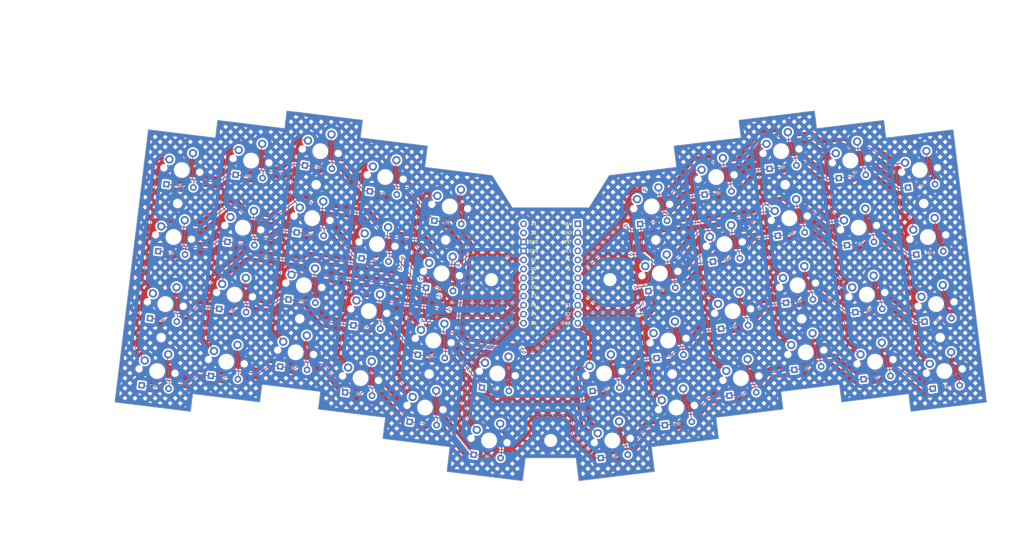
<source format=kicad_pcb>
(kicad_pcb (version 20240108) (generator "pcbnew") (generator_version "8.0")
  (title_block (title "niu") (rev "v1.0.0") (company "Unknown"))
  (layers (0 "F.Cu" signal) (31 "B.Cu" signal) (34 "B.Paste" user) (35 "F.Paste" user) (36 "B.SilkS" user "B.Silkscreen") (37 "F.SilkS" user "F.Silkscreen") (38 "B.Mask" user) (39 "F.Mask" user) (44 "Edge.Cuts" user))
  (net 0 "")
  (net 1 "pinky_bottom")
  (net 2 "D1")
  (net 3 "pinky_lower")
  (net 4 "pinky_home")
  (net 5 "pinky_top")
  (net 6 "ring_bottom")
  (net 7 "D0")
  (net 8 "ring_lower")
  (net 9 "ring_home")
  (net 10 "ring_top")
  (net 11 "middle_bottom")
  (net 12 "D4")
  (net 13 "middle_lower")
  (net 14 "middle_home")
  (net 15 "middle_top")
  (net 16 "index_bottom")
  (net 17 "C6")
  (net 18 "index_lower")
  (net 19 "index_home")
  (net 20 "index_top")
  (net 21 "inner_bottom")
  (net 22 "D7")
  (net 23 "inner_lower")
  (net 24 "inner_home")
  (net 25 "inner_top")
  (net 26 "thumb_bottom")
  (net 27 "B5")
  (net 28 "thumb_lower")
  (net 29 "mirror_pinky_bottom")
  (net 30 "F4")
  (net 31 "mirror_pinky_lower")
  (net 32 "mirror_pinky_home")
  (net 33 "mirror_pinky_top")
  (net 34 "mirror_ring_bottom")
  (net 35 "F5")
  (net 36 "mirror_ring_lower")
  (net 37 "mirror_ring_home")
  (net 38 "mirror_ring_top")
  (net 39 "mirror_middle_bottom")
  (net 40 "F6")
  (net 41 "mirror_middle_lower")
  (net 42 "mirror_middle_home")
  (net 43 "mirror_middle_top")
  (net 44 "mirror_index_bottom")
  (net 45 "F7")
  (net 46 "mirror_index_lower")
  (net 47 "mirror_index_home")
  (net 48 "mirror_index_top")
  (net 49 "mirror_inner_bottom")
  (net 50 "B1")
  (net 51 "mirror_inner_lower")
  (net 52 "mirror_inner_home")
  (net 53 "mirror_inner_top")
  (net 54 "mirror_thumb_bottom")
  (net 55 "B6")
  (net 56 "mirror_thumb_lower")
  (net 57 "RAW")
  (net 58 "GND")
  (net 59 "RST")
  (net 60 "VCC")
  (net 61 "B3")
  (net 62 "B2")
  (net 63 "D3")
  (net 64 "D2")
  (net 65 "E6")
  (net 66 "B4")
  (footprint "ComboDiode" (layer "F.Cu") (at 272.874909 153.821056 7)
    (property "Reference" "D35" (hide yes))
    (property "Value" "" (hide yes))
  )
  (footprint "ComboDiode" (layer "F.Cu") (at 250.116712 124.375094 7)
    (property "Reference" "D41" (hide yes))
    (property "Value" "" (hide yes))
  )
  (footprint "MX" (layer "F.Cu") (at 272.326497 149.354602 7)
    (property "Reference" "S35" (hide yes))
    (property "Value" "" (hide yes))
  )
  (footprint "MountingHole_2.2mm_M2" (layer "F.Cu") (at 148.339282 132.647155 -7)
    (property "Reference" "")
    (property "Value" "")
  )
  (footprint "ComboDiode" (layer "F.Cu") (at 330.059384 151.837233 7)
    (property "Reference" "D23" (hide yes))
    (property "Value" "" (hide yes))
  )
  (footprint "MX" (layer "F.Cu") (at 188.188755 119.908639 -7)
    (property "Reference" "S19" (hide yes))
    (property "Value" "" (hide yes))
  )
  (footprint "ProMicro" (layer "F.Cu") (at 218.878525 119.908635 -90)
    (property "Reference" "MCU1" (hide yes))
    (property "Value" "" (hide yes))
  )
  (footprint "ComboDiode" (layer "F.Cu") (at 284.177385 89.967679 7)
    (property "Reference" "D34" (hide yes))
    (property "Value" "" (hide yes))
  )
  (footprint "MountingHole_2.2mm_M2" (layer "F.Cu") (at 114.034878 100.224835 -7)
    (property "Reference" "")
    (property "Value" "")
  )
  (footprint "ComboDiode" (layer "F.Cu") (at 286.492901 108.826055 7)
    (property "Reference" "D33" (hide yes))
    (property "Value" "" (hide yes))
  )
  (footprint "MX" (layer "F.Cu") (at 190.504267 101.050266 -7)
    (property "Reference" "S20" (hide yes))
    (property "Value" "" (hide yes))
  )
  (footprint "MX" (layer "F.Cu") (at 149.497046 123.217975 -7)
    (property "Reference" "S10" (hide yes))
    (property "Value" "" (hide yes))
  )
  (footprint "MX" (layer "F.Cu") (at 310.043247 144.723567 7)
    (property "Reference" "S27" (hide yes))
    (property "Value" "" (hide yes))
  )
  (footprint "ComboDiode" (layer "F.Cu") (at 254.747747 162.091854 7)
    (property "Reference" "D39" (hide yes))
    (property "Value" "" (hide yes))
  )
  (footprint "ComboDiode" (layer "F.Cu") (at 305.960624 111.473265 7)
    (property "Reference" "D29" (hide yes))
    (property "Value" "" (hide yes))
  )
  (footprint "MX" (layer "F.Cu") (at 329.510977 147.370777 7)
    (property "Reference" "S23" (hide yes))
    (property "Value" "" (hide yes))
  )
  (footprint "MX" (layer "F.Cu") (at 249.568298 119.908639 7)
    (property "Reference" "S41" (hide yes))
    (property "Value" "" (hide yes))
  )
  (footprint "MX" (layer "F.Cu") (at 170.061589 111.637846 -7)
    (property "Reference" "S15" (hide yes))
    (property "Value" "" (hide yes))
  )
  (footprint "MX" (layer "F.Cu") (at 167.746076 130.496218 -7)
    (property "Reference" "S14" (hide yes))
    (property "Value" "" (hide yes))
  )
  (footprint "MX" (layer "F.Cu") (at 115.192629 90.79564 -7)
    (property "Reference" "S4" (hide yes))
    (property "Value" "" (hide yes))
  )
  (footprint "MX" (layer "F.Cu") (at 267.695462 111.637844 7)
    (property "Reference" "S37" (hide yes))
    (property "Value" "" (hide yes))
  )
  (footprint "MountingHole_3.2mm_M3" (layer "F.Cu") (at 202.213428 121.630647 -7)
    (property "Reference" "")
    (property "Value" "")
  )
  (footprint "MX" (layer "F.Cu") (at 303.096695 88.148428 7)
    (property "Reference" "S30" (hide yes))
    (property "Value" "" (hide yes))
  )
  (footprint "MX" (layer "F.Cu") (at 283.628973 85.501219 7)
    (property "Reference" "S34" (hide yes))
    (property "Value" "" (hide yes))
  )
  (footprint "MX" (layer "F.Cu") (at 154.128078 85.501221 -7)
    (property "Reference" "S12" (hide yes))
    (property "Value" "" (hide yes))
  )
  (footprint "ComboDiode" (layer "F.Cu") (at 146.633114 146.542804 -7)
    (property "Reference" "D9" (hide yes))
    (property "Value" "" (hide yes))
  )
  (footprint "ComboDiode" (layer "F.Cu") (at 134.111941 92.614891 -7)
    (property "Reference" "D8" (hide yes))
    (property "Value" "" (hide yes))
  )
  (footprint "MX" (layer "F.Cu") (at 183.557718 157.625392 -7)
    (property "Reference" "S17" (hide yes))
    (property "Value" "" (hide yes))
  )
  (footprint "ComboDiode" (layer "F.Cu") (at 171.828695 97.24593 -7)
    (property "Reference" "D16" (hide yes))
    (property "Value" "" (hide yes))
  )
  (footprint "ComboDiode" (layer "F.Cu") (at 185.324821 143.233473 -7)
    (property "Reference" "D18" (hide yes))
    (property "Value" "" (hide yes))
  )
  (footprint "MX" (layer "F.Cu") (at 132.344838 107.006809 -7)
    (property "Reference" "S7" (hide yes))
    (property "Value" "" (hide yes))
  )
  (footprint "MX" (layer "F.Cu") (at 147.181527 142.076347 -7)
    (property "Reference" "S9" (hide yes))
    (property "Value" "" (hide yes))
  )
  (footprint "MountingHole_2.2mm_M2" (layer "F.Cu") (at 109.403839 137.941585 -7)
    (property "Reference" "")
    (property "Value" "")
  )
  (footprint "ComboDiode" (layer "F.Cu") (at 234.42694 152.496811 7)
    (property "Reference" "D44" (hide yes))
    (property "Value" "" (hide yes))
  )
  (footprint "ComboDiode" (layer "F.Cu") (at 129.480908 130.331647 -7)
    (property "Reference" "D6" (hide yes))
    (property "Value" "" (hide yes))
  )
  (footprint "MountingHole_2.2mm_M2" (layer "F.Cu") (at 152.970317 94.930404 -7)
    (property "Reference" "")
    (property "Value" "")
  )
  (footprint "ComboDiode" (layer "F.Cu") (at 308.27614 130.331643 7)
    (property "Reference" "D28" (hide yes))
    (property "Value" "" (hide yes))
  )
  (footprint "MX" (layer "F.Cu") (at 247.252781 101.050268 7)
    (property "Reference" "S42" (hide yes))
    (property "Value" "" (hide yes))
  )
  (footprint "MountingHole_2.2mm_M2" (layer "F.Cu") (at 189.346511 110.479451 -7)
    (property "Reference" "")
    (property "Value" "")
  )
  (footprint "ComboDiode" (layer "F.Cu") (at 247.801193 105.516715 7)
    (property "Reference" "D42" (hide yes))
    (property "Value" "" (hide yes))
  )
  (footprint "MX" (layer "F.Cu") (at 290.575523 142.076345 7)
    (property "Reference" "S31" (hide yes))
    (property "Value" "" (hide yes))
  )
  (footprint "MX" (layer "F.Cu") (at 254.199332 157.625391 7)
    (property "Reference" "S39" (hide yes))
    (property "Value" "" (hide yes))
  )
  (footprint "MX" (layer "F.Cu") (at 127.7138 144.723566 -7)
    (property "Reference" "S5" (hide yes))
    (property "Value" "" (hide yes))
  )
  (footprint "MX" (layer "F.Cu") (at 322.56442 90.795641 7)
    (property "Reference" "S26" (hide yes))
    (property "Value" "" (hide yes))
  )
  (footprint "ComboDiode" (layer "F.Cu") (at 323.112832 95.262101 7)
    (property "Reference" "D26" (hide yes))
    (property "Value" "" (hide yes))
  )
  (footprint "MountingHole_2.2mm_M2" (layer "F.Cu") (at 184.715479 148.196206 -7)
    (property "Reference" "")
    (property "Value" "")
  )
  (footprint "ComboDiode" (layer "F.Cu") (at 110.013188 132.978853 -7)
    (property "Reference" "D2" (hide yes))
    (property "Value" "" (hide yes))
  )
  (footprint "MX" (layer "F.Cu") (at 270.01098 130.496225 7)
    (property "Reference" "S36" (hide yes))
    (property "Value" "" (hide yes))
  )
  (footprint "ComboDiode" (layer "F.Cu") (at 167.197661 134.962685 -7)
    (property "Reference" "D14" (hide yes))
    (property "Value" "" (hide yes))
  )
  (footprint "ComboDiode" (layer "F.Cu") (at 187.640339 124.375094 -7)
    (property "Reference" "D19" (hide yes))
    (property "Value" "" (hide yes))
  )
  (footprint "ComboDiode" (layer "F.Cu") (at 201.014597 171.355188 -7)
    (property "Reference" "D21" (hide yes))
    (property "Value" "" (hide yes))
  )
  (footprint "ComboDiode" (layer "F.Cu") (at 291.123936 146.542803 7)
    (property "Reference" "D31" (hide yes))
    (property "Value" "" (hide yes))
  )
  (footprint "MX" (layer "F.Cu") (at 165.430551 149.354595 -7)
    (property "Reference" "S13" (hide yes))
    (property "Value" "" (hide yes))
  )
  (footprint "MX" (layer "F.Cu") (at 203.878524 148.030352 -7)
    (property "Reference" "S22" (hide yes))
    (property "Value" "" (hide yes))
  )
  (footprint "MX" (layer "F.Cu") (at 305.412215 107.00681 7)
    (property "Reference" "S29" (hide yes))
    (property "Value" "" (hide yes))
  )
  (footprint "MX" (layer "F.Cu") (at 201.563012 166.888728 -7)
    (property "Reference" "S21" (hide yes))
    (property "Value" "" (hide yes))
  )
  (footprint "ComboDiode" (layer "F.Cu") (at 265.928356 97.245928 7)
    (property "Reference" "D38" (hide yes))
    (property "Value" "" (hide yes))
  )
  (footprint "ComboDiode" (layer "F.Cu") (at 131.796428 111.473264 -7)
    (property "Reference" "D7" (hide yes))
    (property "Value" "" (hide yes))
  )
  (footprint "MountingHole_2.2mm_M2" (layer "F.Cu") (at 328.353216 137.941588 7)
    (property "Reference" "")
    (property "Value" "")
  )
  (footprint "MX" (layer "F.Cu") (at 236.19404 166.88873 7)
    (property "Reference" "S43" (hide yes))
    (property "Value" "" (hide yes))
  )
  (footprint "MX" (layer "F.Cu") (at 324.879937 109.654017 7)
    (property "Reference" "S25" (hide yes))
    (property "Value" "" (hide yes))
  )
  (footprint "MX" (layer "F.Cu") (at 185.873233 138.767015 -7)
    (property "Reference" "S18" (hide yes))
    (property "Value" "" (hide yes))
  )
  (footprint "MountingHole_2.2mm_M2" (layer "F.Cu") (at 253.041578 148.196206 7)
    (property "Reference" "")
    (property "Value" "")
  )
  (footprint "MX" (layer "F.Cu") (at 110.561597 128.512394 -7)
    (property "Reference" "S2" (hide yes))
    (property "Value" "" (hide yes))
  )
  (footprint "MX" (layer "F.Cu") (at 112.877113 109.654018 -7)
    (property "Reference" "S3" (hide yes))
    (property "Value" "" (hide yes))
  )
  (footprint "MountingHole_2.2mm_M2" (layer "F.Cu") (at 284.786737 94.930408 7)
    (property "Reference" "")
    (property "Value" "")
  )
  (footprint "ComboDiode" (layer "F.Cu") (at 127.165389 149.190022 -7)
    (property "Reference" "D5" (hide yes))
    (property "Value" "" (hide yes))
  )
  (footprint "ComboDiode" (layer "F.Cu") (at 203.33011 152.496809 -7)
    (property "Reference" "D22" (hide yes))
    (property "Value" "" (hide yes))
  )
  (footprint "MX" (layer "F.Cu") (at 172.37711 92.779463 -7)
    (property "Reference" "S16" (hide yes))
    (property "Value" "" (hide yes))
  )
  (footprint "MX" (layer "F.Cu") (at 285.944487 104.359595 7)
    (property "Reference" "S33" (hide yes))
    (property "Value" "" (hide yes))
  )
  (footprint "ComboDiode" (layer "F.Cu") (at 112.328698 114.12048 -7)
    (property "Reference" "D3" (hide yes))
    (property "Value" "" (hide yes))
  )
  (footprint "ComboDiode" (layer "F.Cu") (at 236.742458 171.355188 7)
    (property "Reference" "D43" (hide yes))
    (property "Value" "" (hide yes))
  )
  (footprint "ComboDiode" (layer "F.Cu") (at 327.743868 132.978854 7)
    (property "Reference" "D24" (hide yes))
    (property "Value" "" (hide yes))
  )
  (footprint "MX" (layer "F.Cu") (at 233.878526 148.030352 7)
    (property "Reference" "S44" (hide yes))
    (property "Value" "" (hide yes))
  )
  (footprint "ComboDiode" (layer "F.Cu") (at 148.948632 127.684429 -7)
    (property "Reference" "D10" (hide yes))
    (property "Value" "" (hide yes))
  )
  (footprint "MountingHole_2.2mm_M2" (layer "F.Cu") (at 323.722178 100.224833 7)
    (property "Reference" "")
    (property "Value" "")
  )
  (footprint "MX" (layer "F.Cu") (at 151.812558 104.359593 -7)
    (property "Reference" "S11" (hide yes))
    (property "Value" "" (hide yes))
  )
  (footprint "ComboDiode" (layer "F.Cu") (at 303.645107 92.61489 7)
    (property "Reference" "D30" (hide yes))
    (property "Value" "" (hide yes))
  )
  (footprint "MX" (layer "F.Cu") (at 265.379946 92.779468 7)
    (property "Reference" "S38" (hide yes))
    (property "Value" "" (hide yes))
  )
  (footprint "ComboDiode" (layer "F.Cu") (at 114.644219 95.262102 -7)
    (property "Reference" "D4" (hide yes))
    (property "Value" "" (hide yes))
  )
  (footprint "ComboDiode" (layer "F.Cu") (at 270.55939 134.962684 7)
    (property "Reference" "D36" (hide yes))
    (property "Value" "" (hide yes))
  )
  (footprint "MX" (layer "F.Cu") (at 251.883819 138.767013 7)
    (property "Reference" "S40" (hide yes))
    (property "Value" "" (hide yes))
  )
  (footprint "MX" (layer "F.Cu") (at 327.195456 128.512394 7)
    (property "Reference" "S24" (hide yes))
    (property "Value" "" (hide yes))
  )
  (footprint "MX" (layer "F.Cu") (at 288.26001 123.217973 7)
    (property "Reference" "S32" (hide yes))
    (property "Value" "" (hide yes))
  )
  (footprint "MX" (layer "F.Cu") (at 108.246081 147.370772 -7)
    (property "Reference" "S1" (hide yes))
    (property "Value" "" (hide yes))
  )
  (footprint "ComboDiode" (layer "F.Cu") (at 164.882146 153.821058 -7)
    (property "Reference" "D13" (hide yes))
    (property "Value" "" (hide yes))
  )
  (footprint "ComboDiode" (layer "F.Cu") (at 189.955857 105.516716 -7)
    (property "Reference" "D20" (hide yes))
    (property "Value" "" (hide yes))
  )
  (footprint "MX" (layer "F.Cu") (at 307.727732 125.86519 7)
    (property "Reference" "S28" (hide yes))
    (property "Value" "" (hide yes))
  )
  (footprint "ComboDiode" (layer "F.Cu") (at 107.697666 151.837232 -7)
    (property "Reference" "D1" (hide yes))
    (property "Value" "" (hide yes))
  )
  (footprint "ComboDiode" (layer "F.Cu") (at 325.42835 114.120479 7)
    (property "Reference" "D25" (hide yes))
    (property "Value" "" (hide yes))
  )
  (footprint "ComboDiode" (layer "F.Cu") (at 169.513181 116.104304 -7)
    (property "Reference" "D15" (hide yes))
    (property "Value" "" (hide yes))
  )
  (footprint "MountingHole_3.2mm_M3" (layer "F.Cu") (at 218.878529 166.888736)
    (property "Reference" "")
    (property "Value" "")
  )
  (footprint "ComboDiode" (layer "F.Cu") (at 310.59166 149.190021 7)
    (property "Reference" "D27" (hide yes))
    (property "Value" "" (hide yes))
  )
  (footprint "MX" (layer "F.Cu") (at 130.029321 125.865184 -7)
    (property "Reference" "S6" (hide yes))
    (property "Value" "" (hide yes))
  )
  (footprint "ComboDiode" (layer "F.Cu") (at 153.579669 89.96768 -7)
    (property "Reference" "D12" (hide yes))
    (property "Value" "" (hide yes))
  )
  (footprint "ComboDiode" (layer "F.Cu") (at 288.80842 127.684427 7)
    (property "Reference" "D32" (hide yes))
    (property "Value" "" (hide yes))
  )
  (footprint "ComboDiode" (layer "F.Cu") (at 252.432225 143.23347 7)
    (property "Reference" "D40" (hide yes))
    (property "Value" "" (hide yes))
  )
  (footprint "ComboDiode" (layer "F.Cu") (at 268.243874 116.104304 7)
    (property "Reference" "D37" (hide yes))
    (property "Value" "" (hide yes))
  )
  (footprint "MountingHole_2.2mm_M2" (layer "F.Cu") (at 248.41054 110.479451 7)
    (property "Reference" "")
    (property "Value" "")
  )
  (footprint "MountingHole_3.2mm_M3" (layer "F.Cu") (at 235.543624 121.630648 7)
    (property "Reference" "")
    (property "Value" "")
  )
  (footprint "ComboDiode" (layer "F.Cu") (at 151.264148 108.826052 -7)
    (property "Reference" "D11" (hide yes))
    (property "Value" "" (hide yes))
  )
  (footprint "ComboDiode" (layer "F.Cu") (at 183.009298 162.091848 -7)
    (property "Reference" "D17" (hide yes))
    (property "Value" "" (hide yes))
  )
  (footprint "MX" (layer "F.Cu") (at 134.660352 88.148433 -7)
    (property "Reference" "S8" (hide yes))
    (property "Value" "" (hide yes))
  )
  (footprint "MountingHole_2.2mm_M2" (layer "F.Cu") (at 289.417771 132.647163 7)
    (property "Reference" "")
    (property "Value" "")
  )
  (gr_line (start 320.034543 158.810935) (end 341.473541 156.178562) (stroke (width 0.15)) (layer "Edge.Cuts"))
  (gr_line (start 153.46799 158.162384) (end 172.326369 160.477892) (stroke (width 0.15)) (layer "Edge.Cuts"))
  (gr_line (start 117.722505 158.810934) (end 118.331858 153.848205) (stroke (width 0.15)) (layer "Edge.Cuts"))
  (gr_line (start 144.042298 79.023786) (end 125.183921 76.70827) (stroke (width 0.15)) (layer "Edge.Cuts"))
  (gr_line (start 299.95747 151.200993) (end 300.566818 156.163725) (stroke (width 0.15)) (layer "Edge.Cuts"))
  (gr_line (start 184.339674 83.971687) (end 165.481298 81.656168) (stroke (width 0.15)) (layer "Edge.Cuts"))
  (gr_line (start 283.679716 153.199653) (end 299.95747 151.200993) (stroke (width 0.15)) (layer "Edge.Cuts"))
  (gr_line (start 172.326369 160.477892) (end 171.59515 166.433173) (stroke (width 0.15)) (layer "Edge.Cuts"))
  (gr_line (start 166.090645 76.693434) (end 144.651648 74.061054) (stroke (width 0.15)) (layer "Edge.Cuts"))
  (gr_line (start 137.799579 151.200991) (end 154.077337 153.199652) (stroke (width 0.15)) (layer "Edge.Cuts"))
  (gr_line (start 208.135156 101.300792) (end 229.621897 101.300792) (stroke (width 0.15)) (layer "Edge.Cuts"))
  (gr_line (start 202.466836 92.242483) (end 208.135156 101.300792) (stroke (width 0.15)) (layer "Edge.Cuts"))
  (gr_line (start 183.608461 89.92696) (end 184.339674 83.971687) (stroke (width 0.15)) (layer "Edge.Cuts"))
  (gr_line (start 254.148593 89.926957) (end 235.290216 92.242483) (stroke (width 0.15)) (layer "Edge.Cuts"))
  (gr_line (start 248.156608 175.696515) (end 247.303522 168.748691) (stroke (width 0.15)) (layer "Edge.Cuts"))
  (gr_line (start 144.651648 74.061054) (end 144.042298 79.023786) (stroke (width 0.15)) (layer "Edge.Cuts"))
  (gr_line (start 189.600439 175.696511) (end 211.039438 178.328889) (stroke (width 0.15)) (layer "Edge.Cuts"))
  (gr_line (start 190.453528 168.748687) (end 189.600439 175.696511) (stroke (width 0.15)) (layer "Edge.Cuts"))
  (gr_line (start 312.573128 76.708272) (end 293.714754 79.02379) (stroke (width 0.15)) (layer "Edge.Cuts"))
  (gr_line (start 300.566818 156.163725) (end 319.425196 153.848205) (stroke (width 0.15)) (layer "Edge.Cuts"))
  (gr_line (start 313.182472 81.671002) (end 312.573128 76.708272) (stroke (width 0.15)) (layer "Edge.Cuts"))
  (gr_line (start 229.621897 101.300792) (end 235.290216 92.242483) (stroke (width 0.15)) (layer "Edge.Cuts"))
  (gr_line (start 332.040849 79.355483) (end 313.182472 81.671002) (stroke (width 0.15)) (layer "Edge.Cuts"))
  (gr_line (start 225.922284 171.851462) (end 211.834765 171.851462) (stroke (width 0.15)) (layer "Edge.Cuts"))
  (gr_line (start 272.275754 81.656167) (end 253.417377 83.971683) (stroke (width 0.15)) (layer "Edge.Cuts"))
  (gr_line (start 118.331858 153.848205) (end 137.190231 156.163723) (stroke (width 0.15)) (layer "Edge.Cuts"))
  (gr_line (start 271.666407 76.693434) (end 272.275754 81.656167) (stroke (width 0.15)) (layer "Edge.Cuts"))
  (gr_line (start 319.425196 153.848205) (end 320.034543 158.810935) (stroke (width 0.15)) (layer "Edge.Cuts"))
  (gr_line (start 171.59515 166.433173) (end 190.453528 168.748687) (stroke (width 0.15)) (layer "Edge.Cuts"))
  (gr_line (start 226.717614 178.328891) (end 248.156608 175.696515) (stroke (width 0.15)) (layer "Edge.Cuts"))
  (gr_line (start 293.105405 74.061054) (end 271.666407 76.693434) (stroke (width 0.15)) (layer "Edge.Cuts"))
  (gr_line (start 124.574578 81.671002) (end 105.716199 79.355487) (stroke (width 0.15)) (layer "Edge.Cuts"))
  (gr_line (start 293.714754 79.02379) (end 293.105405 74.061054) (stroke (width 0.15)) (layer "Edge.Cuts"))
  (gr_line (start 211.039438 178.328889) (end 211.834765 171.851462) (stroke (width 0.15)) (layer "Edge.Cuts"))
  (gr_line (start 247.303522 168.748691) (end 266.161903 166.433175) (stroke (width 0.15)) (layer "Edge.Cuts"))
  (gr_line (start 265.430681 160.477892) (end 284.289061 158.162385) (stroke (width 0.15)) (layer "Edge.Cuts"))
  (gr_line (start 266.161903 166.433175) (end 265.430681 160.477892) (stroke (width 0.15)) (layer "Edge.Cuts"))
  (gr_line (start 332.040849 79.355483) (end 341.473541 156.178562) (stroke (width 0.15)) (layer "Edge.Cuts"))
  (gr_line (start 202.466836 92.242483) (end 183.608461 89.92696) (stroke (width 0.15)) (layer "Edge.Cuts"))
  (gr_line (start 253.417377 83.971683) (end 254.148593 89.926957) (stroke (width 0.15)) (layer "Edge.Cuts"))
  (gr_line (start 154.077337 153.199652) (end 153.46799 158.162384) (stroke (width 0.15)) (layer "Edge.Cuts"))
  (gr_line (start 137.190231 156.163723) (end 137.799579 151.200991) (stroke (width 0.15)) (layer "Edge.Cuts"))
  (gr_line (start 225.922284 171.851462) (end 226.717614 178.328891) (stroke (width 0.15)) (layer "Edge.Cuts"))
  (gr_line (start 284.289061 158.162385) (end 283.679716 153.199653) (stroke (width 0.15)) (layer "Edge.Cuts"))
  (gr_line (start 96.283511 156.178558) (end 105.716199 79.355487) (stroke (width 0.15)) (layer "Edge.Cuts"))
  (gr_line (start 165.481298 81.656168) (end 166.090645 76.693434) (stroke (width 0.15)) (layer "Edge.Cuts"))
  (gr_line (start 125.183921 76.70827) (end 124.574578 81.671002) (stroke (width 0.15)) (layer "Edge.Cuts"))
  (gr_line (start 96.283511 156.178558) (end 117.722505 158.810934) (stroke (width 0.15)) (layer "Edge.Cuts"))
  (segment (start 111.099687 144.971975) (end 111.758012 145.814594) (width 0.25) (layer "B.Cu") (net 1))
  (segment (start 111.386242 142.638194) (end 111.099687 144.971975) (width 0.25) (layer "B.Cu") (net 1))
  (segment (start 111.726502 150.287987) (end 111.479269 152.301554) (width 0.25) (layer "B.Cu") (net 1))
  (segment (start 111.758012 145.814594) (end 111.279069 149.715298) (width 0.25) (layer "B.Cu") (net 1))
  (segment (start 111.279069 149.715298) (end 111.726502 150.287987) (width 0.25) (layer "B.Cu") (net 1))
  (segment (start 140.407483 104.82052) (end 132.923683 103.901621) (width 0.25) (layer "F.Cu") (net 2))
  (segment (start 183.067127 110.632746) (end 171.891056 109.260498) (width 0.25) (layer "F.Cu") (net 2))
  (segment (start 152.724173 101.416173) (end 151.461693 99.800272) (width 0.25) (layer "F.Cu") (net 2))
  (segment (start 132.923683 103.901621) (end 130.651214 100.993) (width 0.25) (layer "F.Cu") (net 2))
  (segment (start 111.383726 106.911584) (end 109.405059 106.668635) (width 0.25) (layer "F.Cu") (net 2))
  (segment (start 128.36836 100.7127) (end 119.798507 107.408205) (width 0.25) (layer "F.Cu") (net 2))
  (segment (start 188.022697 116.975587) (end 183.067127 110.632746) (width 0.25) (layer "F.Cu") (net 2))
  (segment (start 151.461693 99.800272) (end 147.461736 99.309135) (width 0.25) (layer "F.Cu") (net 2))
  (segment (start 111.977245 106.44788) (end 111.383726 106.911584) (width 0.25) (layer "F.Cu") (net 2))
  (segment (start 147.461736 99.309135) (end 140.407483 104.82052) (width 0.25) (layer "F.Cu") (net 2))
  (segment (start 171.891056 109.260498) (end 167.145871 103.186934) (width 0.25) (layer "F.Cu") (net 2))
  (segment (start 192.969014 117.582921) (end 188.022697 116.975587) (width 0.25) (layer "F.Cu") (net 2))
  (segment (start 167.145871 103.186934) (end 152.724173 101.416173) (width 0.25) (layer "F.Cu") (net 2))
  (segment (start 119.798507 107.408205) (end 111.977245 106.44788) (width 0.25) (layer "F.Cu") (net 2))
  (segment (start 130.651214 100.993) (end 128.36836 100.7127) (width 0.25) (layer "F.Cu") (net 2))
  (via (at 192.969014 117.582921) (size 0.8) (drill 0.4) (layers "F.Cu" "B.Cu") (net 2))
  (segment (start 110.071265 87.607746) (end 108.430631 88.889551) (width 0.25) (layer "B.Cu") (net 2))
  (segment (start 205.84478 114.378394) (end 207.56502 116.098633) (width 0.25) (layer "B.Cu") (net 2))
  (segment (start 111.720578 87.810254) (end 110.071265 87.607746) (width 0.25) (layer "B.Cu") (net 2))
  (segment (start 104.360933 122.034547) (end 102.045419 140.892929) (width 0.25) (layer "B.Cu") (net 2))
  (segment (start 106.676452 103.176176) (end 104.360933 122.034547) (width 0.25) (layer "B.Cu") (net 2))
  (segment (start 108.430631 88.889551) (end 106.676452 103.176176) (width 0.25) (layer "B.Cu") (net 2))
  (segment (start 196.173542 114.378391) (end 205.84478 114.378394) (width 0.25) (layer "B.Cu") (net 2))
  (segment (start 192.969014 117.582921) (end 196.173542 114.378391) (width 0.25) (layer "B.Cu") (net 2))
  (segment (start 106.676452 103.176176) (end 109.405059 106.668635) (width 0.25) (layer "B.Cu") (net 2))
  (segment (start 102.045419 140.892929) (end 104.774025 144.385389) (width 0.25) (layer "B.Cu") (net 2))
  (segment (start 104.360933 122.034547) (end 107.089549 125.527007) (width 0.25) (layer "B.Cu") (net 2))
  (segment (start 207.56502 116.098633) (end 211.258522 116.098632) (width 0.25) (layer "B.Cu") (net 2))
  (segment (start 113.353056 126.619795) (end 113.976552 127.417835) (width 0.25) (layer "B.Cu") (net 3))
  (segment (start 114.028615 131.538792) (end 113.794787 133.443177) (width 0.25) (layer "B.Cu") (net 3))
  (segment (start 113.701762 123.779815) (end 113.353056 126.619795) (width 0.25) (layer "B.Cu") (net 3))
  (segment (start 113.546354 130.921524) (end 114.028615 131.538792) (width 0.25) (layer "B.Cu") (net 3))
  (segment (start 113.976552 127.417835) (end 113.546354 130.921524) (width 0.25) (layer "B.Cu") (net 3))
  (segment (start 116.017276 104.92144) (end 115.674666 107.711794) (width 0.25) (layer "B.Cu") (net 4))
  (segment (start 116.359973 112.55139) (end 116.110301 114.5848) (width 0.25) (layer "B.Cu") (net 4))
  (segment (start 116.106618 108.264665) (end 115.686165 111.688942) (width 0.25) (layer "B.Cu") (net 4))
  (segment (start 115.674666 107.711794) (end 116.106618 108.264665) (width 0.25) (layer "B.Cu") (net 4))
  (segment (start 115.686165 111.688942) (end 116.359973 112.55139) (width 0.25) (layer "B.Cu") (net 4))
  (segment (start 118.332793 86.06306) (end 117.98409 88.903044) (width 0.25) (layer "B.Cu") (net 5))
  (segment (start 117.98409 88.903044) (end 118.511809 89.578496) (width 0.25) (layer "B.Cu") (net 5))
  (segment (start 118.077952 93.111959) (end 118.655991 93.85182) (width 0.25) (layer "B.Cu") (net 5))
  (segment (start 118.511809 89.578496) (end 118.077952 93.111959) (width 0.25) (layer "B.Cu") (net 5))
  (segment (start 118.655991 93.85182) (end 118.425821 95.726428) (width 0.25) (layer "B.Cu") (net 5))
  (segment (start 130.853961 139.990973) (end 130.511357 142.781337) (width 0.25) (layer "B.Cu") (net 6))
  (segment (start 131.244191 147.233832) (end 130.946994 149.654341) (width 0.25) (layer "B.Cu") (net 6))
  (segment (start 131.134849 143.579372) (end 130.761931 146.616566) (width 0.25) (layer "B.Cu") (net 6))
  (segment (start 130.761931 146.616566) (end 131.244191 147.233832) (width 0.25) (layer "B.Cu") (net 6))
  (segment (start 130.511357 142.781337) (end 131.134849 143.579372) (width 0.25) (layer "B.Cu") (net 6))
  (segment (start 133.101318 114.624007) (end 146.570169 116.277774) (width 0.25) (layer "F.Cu") (net 7))
  (segment (start 126.557264 122.879795) (end 127.173071 122.398679) (width 0.25) (layer "F.Cu") (net 7))
  (segment (start 149.676841 116.659225) (end 150.902696 115.701479) (width 0.25) (layer "F.Cu") (net 7))
  (segment (start 177.585916 115.501858) (end 182.26054 121.485104) (width 0.25) (layer "F.Cu") (net 7))
  (segment (start 151.192443 115.475103) (end 158.189894 116.334284) (width 0.25) (layer "F.Cu") (net 7))
  (segment (start 158.189894 116.334284) (end 161.862316 116.785201) (width 0.25) (layer "F.Cu") (net 7))
  (segment (start 126.984135 119.403275) (end 129.145145 117.714909) (width 0.25) (layer "F.Cu") (net 7))
  (segment (start 177.169048 115.450674) (end 177.585916 115.501858) (width 0.25) (layer "F.Cu") (net 7))
  (segment (start 146.570169 116.277774) (end 149.676841 116.659225) (width 0.25) (layer "F.Cu") (net 7))
  (segment (start 129.145145 117.714909) (end 133.101318 114.624007) (width 0.25) (layer "F.Cu") (net 7))
  (segment (start 161.862316 116.785201) (end 176.740584 118.612022) (width 0.25) (layer "F.Cu") (net 7))
  (segment (start 150.902696 115.701479) (end 151.192443 115.475103) (width 0.25) (layer "F.Cu") (net 7))
  (segment (start 176.740584 118.612022) (end 176.74929 118.623165) (width 0.25) (layer "F.Cu") (net 7))
  (segment (start 126.557272 122.879793) (end 126.984135 119.403275) (width 0.25) (layer "F.Cu") (net 7))
  (via (at 176.74929 118.623165) (size 0.8) (drill 0.4) (layers "F.Cu" "B.Cu") (net 7))
  (via (at 177.169048 115.450674) (size 0.8) (drill 0.4) (layers "F.Cu" "B.Cu") (net 7))
  (via (at 182.26054 121.485104) (size 0.8) (drill 0.4) (layers "F.Cu" "B.Cu") (net 7))
  (segment (start 129.573949 84.964825) (end 127.838338 86.320839) (width 0.25) (layer "B.Cu") (net 7))
  (segment (start 176.74929 118.623165) (end 177.135616 115.476795) (width 0.25) (layer "B.Cu") (net 7))
  (segment (start 191.216304 128.00934) (end 184.692071 121.485105) (width 0.25) (layer "B.Cu") (net 7))
  (segment (start 126.100641 100.473239) (end 128.872786 104.021423) (width 0.25) (layer "B.Cu") (net 7))
  (segment (start 177.135616 115.476795) (end 177.169048 115.450674) (width 0.25) (layer "B.Cu") (net 7))
  (segment (start 123.807467 119.360206) (end 121.491943 138.218583) (width 0.25) (layer "B.Cu") (net 7))
  (segment (start 127.838338 86.320839) (end 126.100641 100.473239) (width 0.25) (layer "B.Cu") (net 7))
  (segment (start 126.100641 100.473239) (end 123.785126 119.331614) (width 0.25) (layer "B.Cu") (net 7))
  (segment (start 184.692071 121.485105) (end 182.26054 121.485104) (width 0.25) (layer "B.Cu") (net 7))
  (segment (start 123.785126 119.331614) (end 126.557264 122.879795) (width 0.25) (layer "B.Cu") (net 7))
  (segment (start 209.083526 120.813633) (end 209.083524 126.524443) (width 0.25) (layer "B.Cu") (net 7))
  (segment (start 131.188301 85.163045) (end 129.573949 84.964825) (width 0.25) (layer "B.Cu") (net 7))
  (segment (start 209.083524 126.524443) (end 207.59863 128.009339) (width 0.25) (layer "B.Cu") (net 7))
  (segment (start 207.59863 128.009339) (end 191.216304 128.00934) (width 0.25) (layer "B.Cu") (net 7))
  (segment (start 211.258523 118.638635) (end 209.083526 120.813633) (width 0.25) (layer "B.Cu") (net 7))
  (segment (start 121.491943 138.218583) (end 124.241747 141.738175) (width 0.25) (layer "B.Cu") (net 7))
  (segment (start 123.785126 119.331614) (end 123.807467 119.360206) (width 0.25) (layer "B.Cu") (net 7))
  (segment (start 133.559713 128.375457) (end 133.262509 130.795964) (width 0.25) (layer "B.Cu") (net 8))
  (segment (start 133.169482 121.132598) (end 132.787874 124.240569) (width 0.25) (layer "B.Cu") (net 8))
  (segment (start 133.042622 127.713615) (end 133.559713 128.375457) (width 0.25) (layer "B.Cu") (net 8))
  (segment (start 133.376546 124.994032) (end 133.042622 127.713615) (width 0.25) (layer "B.Cu") (net 8))
  (segment (start 132.787874 124.240569) (end 133.376546 124.994032) (width 0.25) (layer "B.Cu") (net 8))
  (segment (start 135.819167 109.973656) (end 135.578024 111.937589) (width 0.25) (layer "B.Cu") (net 9))
  (segment (start 135.484996 102.27422) (end 135.139952 105.084437) (width 0.25) (layer "B.Cu") (net 9))
  (segment (start 135.763454 105.88247) (end 135.336907 109.356386) (width 0.25) (layer "B.Cu") (net 9))
  (segment (start 135.139952 105.084437) (end 135.763454 105.88247) (width 0.25) (layer "B.Cu") (net 9))
  (segment (start 135.336907 109.356386) (end 135.819167 109.973656) (width 0.25) (layer "B.Cu") (net 9))
  (segment (start 137.502322 90.489654) (end 138.115183 91.274082) (width 0.25) (layer "B.Cu") (net 10))
  (segment (start 138.115183 91.274082) (end 137.893542 93.079211) (width 0.25) (layer "B.Cu") (net 10))
  (segment (start 137.800519 83.41585) (end 137.48228 86.0077) (width 0.25) (layer "B.Cu") (net 10))
  (segment (start 137.48228 86.0077) (end 137.975174 86.638572) (width 0.25) (layer "B.Cu") (net 10))
  (segment (start 137.975174 86.638572) (end 137.502322 90.489654) (width 0.25) (layer "B.Cu") (net 10))
  (segment (start 150.476333 141.05771) (end 150.047357 144.551474) (width 0.25) (layer "B.Cu") (net 11))
  (segment (start 149.948608 140.382256) (end 150.476333 141.05771) (width 0.25) (layer "B.Cu") (net 11))
  (segment (start 150.047357 144.551474) (end 150.62539 145.291331) (width 0.25) (layer "B.Cu") (net 11))
  (segment (start 150.321692 137.343762) (end 149.948608 140.382256) (width 0.25) (layer "B.Cu") (net 11))
  (segment (start 150.62539 145.291331) (end 150.414716 147.007132) (width 0.25) (layer "B.Cu") (net 11))
  (segment (start 146.024989 120.232582) (end 146.796812 119.62957) (width 0.25) (layer "F.Cu") (net 12))
  (segment (start 181.142411 123.846677) (end 182.509369 125.596308) (width 0.25) (layer "F.Cu") (net 12))
  (segment (start 148.120399 119.792086) (end 181.142411 123.846677) (width 0.25) (layer "F.Cu") (net 12))
  (segment (start 182.509369 125.596308) (end 187.576306 126.218452) (width 0.25) (layer "F.Cu") (net 12))
  (segment (start 146.796812 119.62957) (end 148.120399 119.792086) (width 0.25) (layer "F.Cu") (net 12))
  (via (at 187.576306 126.218452) (size 0.8) (drill 0.4) (layers "F.Cu" "B.Cu") (net 12))
  (segment (start 141.015693 135.64308) (end 143.709476 139.090955) (width 0.25) (layer "B.Cu") (net 12))
  (segment (start 209.533524 122.903633) (end 209.533525 126.710841) (width 0.25) (layer "B.Cu") (net 12))
  (segment (start 143.331209 116.784702) (end 141.015693 135.64308) (width 0.25) (layer "B.Cu") (net 12))
  (segment (start 189.817196 128.459342) (end 187.576306 126.218452) (width 0.25) (layer "B.Cu") (net 12))
  (segment (start 209.533525 126.710841) (end 207.785023 128.45934) (width 0.25) (layer "B.Cu") (net 12))
  (segment (start 148.644659 82.268865) (end 147.455111 83.198238) (width 0.25) (layer "B.Cu") (net 12))
  (segment (start 150.656029 82.515835) (end 148.644659 82.268865) (width 0.25) (layer "B.Cu") (net 12))
  (segment (start 143.331209 116.784702) (end 146.024989 120.232582) (width 0.25) (layer "B.Cu") (net 12))
  (segment (start 145.646731 97.926322) (end 143.331209 116.784702) (width 0.25) (layer "B.Cu") (net 12))
  (segment (start 145.646731 97.926322) (end 148.340512 101.374204) (width 0.25) (layer "B.Cu") (net 12))
  (segment (start 211.258523 121.178635) (end 209.533524 122.903633) (width 0.25) (layer "B.Cu") (net 12))
  (segment (start 207.785023 128.45934) (end 189.817196 128.459342) (width 0.25) (layer "B.Cu") (net 12))
  (segment (start 147.455111 83.198238) (end 145.646731 97.926322) (width 0.25) (layer "B.Cu") (net 12))
  (segment (start 152.270219 121.474253) (end 152.754407 122.093983) (width 0.25) (layer "B.Cu") (net 13))
  (segment (start 152.382707 125.121252) (end 153.00428 125.916828) (width 0.25) (layer "B.Cu") (net 13))
  (segment (start 153.00428 125.916828) (end 152.730233 128.148755) (width 0.25) (layer "B.Cu") (net 13))
  (segment (start 152.637207 118.485382) (end 152.270219 121.474253) (width 0.25) (layer "B.Cu") (net 13))
  (segment (start 152.754407 122.093983) (end 152.382707 125.121252) (width 0.25) (layer "B.Cu") (net 13))
  (segment (start 155.218977 102.760229) (end 154.714435 106.86937) (width 0.25) (layer "B.Cu") (net 14))
  (segment (start 154.656421 102.040197) (end 155.218977 102.760229) (width 0.25) (layer "B.Cu") (net 14))
  (segment (start 154.714435 106.86937) (end 155.257644 107.564649) (width 0.25) (layer "B.Cu") (net 14))
  (segment (start 155.257644 107.564649) (end 155.04575 109.290377) (width 0.25) (layer "B.Cu") (net 14))
  (segment (start 154.952726 99.627007) (end 154.656421 102.040197) (width 0.25) (layer "B.Cu") (net 14))
  (segment (start 157.344173 84.221036) (end 156.920069 87.675104) (width 0.25) (layer "B.Cu") (net 15))
  (segment (start 157.593877 88.537542) (end 157.36127 90.432001) (width 0.25) (layer "B.Cu") (net 15))
  (segment (start 156.920069 87.675104) (end 157.593877 88.537542) (width 0.25) (layer "B.Cu") (net 15))
  (segment (start 157.268238 80.768631) (end 156.912223 83.668172) (width 0.25) (layer "B.Cu") (net 15))
  (segment (start 156.912223 83.668172) (end 157.344173 84.221036) (width 0.25) (layer "B.Cu") (net 15))
  (segment (start 168.57072 144.622011) (end 168.259792 147.154303) (width 0.25) (layer "B.Cu") (net 16))
  (segment (start 168.259792 147.154303) (end 168.778806 147.818618) (width 0.25) (layer "B.Cu") (net 16))
  (segment (start 168.277925 151.897986) (end 168.864672 152.648976) (width 0.25) (layer "B.Cu") (net 16))
  (segment (start 168.864672 152.648976) (end 168.663745 154.285374) (width 0.25) (layer "B.Cu") (net 16))
  (segment (start 168.778806 147.818618) (end 168.277925 151.897986) (width 0.25) (layer "B.Cu") (net 16))
  (segment (start 166.123657 127.737936) (end 166.817469 127.19587) (width 0.25) (layer "F.Cu") (net 17))
  (segment (start 166.817469 127.19587) (end 190.284778 130.077291) (width 0.25) (layer "F.Cu") (net 17))
  (segment (start 164.274016 127.510827) (end 166.123657 127.737936) (width 0.25) (layer "F.Cu") (net 17))
  (via (at 190.284778 130.077291) (size 0.8) (drill 0.4) (layers "F.Cu" "B.Cu") (net 17))
  (segment (start 191.785878 131.578395) (end 190.284778 130.077291) (width 0.25) (layer "B.Cu") (net 17))
  (segment (start 161.750591 124.280989) (end 164.274016 127.510827) (width 0.25) (layer "B.Cu") (net 17))
  (segment (start 168.905057 89.794081) (end 167.022719 89.562952) (width 0.25) (layer "B.Cu") (net 17))
  (segment (start 161.750591 124.280989) (end 159.435076 143.139369) (width 0.25) (layer "B.Cu") (net 17))
  (segment (start 164.01765 105.36059) (end 164.066111 105.422616) (width 0.25) (layer "B.Cu") (net 17))
  (segment (start 167.022719 89.562952) (end 165.844311 90.483624) (width 0.25) (layer "B.Cu") (net 17))
  (segment (start 159.435076 143.139369) (end 161.958506 146.369207) (width 0.25) (layer "B.Cu") (net 17))
  (segment (start 164.066111 105.422616) (end 161.750591 124.280989) (width 0.25) (layer "B.Cu") (net 17))
  (segment (start 205.302368 131.578392) (end 191.785878 131.578395) (width 0.25) (layer "B.Cu") (net 17))
  (segment (start 211.258525 123.718635) (end 209.983525 124.993634) (width 0.25) (layer "B.Cu") (net 17))
  (segment (start 209.983525 124.993634) (end 209.983525 126.897237) (width 0.25) (layer "B.Cu") (net 17))
  (segment (start 164.01765 105.36059) (end 166.589537 108.652459) (width 0.25) (layer "B.Cu") (net 17))
  (segment (start 165.844311 90.483624) (end 164.01765 105.36059) (width 0.25) (layer "B.Cu") (net 17))
  (segment (start 209.983525 126.897237) (end 205.302368 131.578392) (width 0.25) (layer "B.Cu") (net 17))
  (segment (start 171.014057 129.121658) (end 170.578982 132.66505) (width 0.25) (layer "B.Cu") (net 18))
  (segment (start 170.886236 125.763634) (end 170.547282 128.524212) (width 0.25) (layer "B.Cu") (net 18))
  (segment (start 170.578982 132.66505) (end 171.217966 133.482914) (width 0.25) (layer "B.Cu") (net 18))
  (segment (start 170.547282 128.524212) (end 171.014057 129.121658) (width 0.25) (layer "B.Cu") (net 18))
  (segment (start 171.217966 133.482914) (end 170.979264 135.427) (width 0.25) (layer "B.Cu") (net 18))
  (segment (start 172.835988 109.884195) (end 173.459489 110.682237) (width 0.25) (layer "B.Cu") (net 19))
  (segment (start 173.119469 113.451445) (end 173.601732 114.068712) (width 0.25) (layer "B.Cu") (net 19))
  (segment (start 173.459489 110.682237) (end 173.119469 113.451445) (width 0.25) (layer "B.Cu") (net 19))
  (segment (start 173.601732 114.068712) (end 173.294779 116.568621) (width 0.25) (layer "B.Cu") (net 19))
  (segment (start 173.201752 106.905255) (end 172.835988 109.884195) (width 0.25) (layer "B.Cu") (net 19))
  (segment (start 175.129571 91.20448) (end 175.718241 91.957943) (width 0.25) (layer "B.Cu") (net 20))
  (segment (start 175.517272 88.046883) (end 175.129571 91.20448) (width 0.25) (layer "B.Cu") (net 20))
  (segment (start 175.718241 91.957943) (end 175.369692 94.796627) (width 0.25) (layer "B.Cu") (net 20))
  (segment (start 175.369692 94.796627) (end 175.886785 95.458472) (width 0.25) (layer "B.Cu") (net 20))
  (segment (start 175.886785 95.458472) (end 175.610299 97.710243) (width 0.25) (layer "B.Cu") (net 20))
  (segment (start 186.543514 159.943973) (end 187.034488 160.57238) (width 0.25) (layer "B.Cu") (net 21))
  (segment (start 186.312611 156.030557) (end 186.927406 156.817455) (width 0.25) (layer "B.Cu") (net 21))
  (segment (start 187.034488 160.57238) (end 186.790906 162.556173) (width 0.25) (layer "B.Cu") (net 21))
  (segment (start 186.927406 156.817455) (end 186.543514 159.943973) (width 0.25) (layer "B.Cu") (net 21))
  (segment (start 186.697883 152.892803) (end 186.312611 156.030557) (width 0.25) (layer "B.Cu") (net 21))
  (segment (start 180.484465 111.506233) (end 184.716705 116.923249) (width 0.25) (layer "B.Cu") (net 22))
  (segment (start 178.168948 130.364619) (end 175.853431 149.222993) (width 0.25) (layer "B.Cu") (net 22))
  (segment (start 182.401182 135.781624) (end 186.144413 132.038393) (width 0.25) (layer "B.Cu") (net 22))
  (segment (start 180.484465 111.506233) (end 178.168948 130.364619) (width 0.25) (layer "B.Cu") (net 22))
  (segment (start 205.478768 132.038392) (end 205.721771 131.795386) (width 0.25) (layer "B.Cu") (net 22))
  (segment (start 183.535845 97.635572) (end 182.044505 98.800736) (width 0.25) (layer "B.Cu") (net 22))
  (segment (start 186.144413 132.038393) (end 205.478768 132.038392) (width 0.25) (layer "B.Cu") (net 22))
  (segment (start 187.032216 98.064874) (end 183.535845 97.635572) (width 0.25) (layer "B.Cu") (net 22))
  (segment (start 178.168948 130.364619) (end 182.401183 135.781626) (width 0.25) (layer "B.Cu") (net 22))
  (segment (start 211.258526 126.258633) (end 205.721771 131.795386) (width 0.25) (layer "B.Cu") (net 22))
  (segment (start 175.853431 149.222993) (end 180.085664 154.640003) (width 0.25) (layer "B.Cu") (net 22))
  (segment (start 182.044505 98.800736) (end 180.484465 111.506233) (width 0.25) (layer "B.Cu") (net 22))
  (segment (start 189.104831 137.770846) (end 188.784314 140.381233) (width 0.25) (layer "B.Cu") (net 23))
  (segment (start 189.414596 141.187956) (end 189.106426 143.69779) (width 0.25) (layer "B.Cu") (net 23))
  (segment (start 189.013396 134.034428) (end 188.629351 137.162258) (width 0.25) (layer "B.Cu") (net 23))
  (segment (start 188.784314 140.381233) (end 189.414596 141.187956) (width 0.25) (layer "B.Cu") (net 23))
  (segment (start 188.629351 137.162258) (end 189.104831 137.770846) (width 0.25) (layer "B.Cu") (net 23))
  (segment (start 190.970462 118.09544) (end 191.498185 118.770894) (width 0.25) (layer "B.Cu") (net 24))
  (segment (start 191.73011 122.329579) (end 191.421938 124.839414) (width 0.25) (layer "B.Cu") (net 24))
  (segment (start 191.152075 121.589722) (end 191.73011 122.329579) (width 0.25) (layer "B.Cu") (net 24))
  (segment (start 191.498185 118.770894) (end 191.152075 121.589722) (width 0.25) (layer "B.Cu") (net 24))
  (segment (start 191.328918 115.176051) (end 190.970462 118.09544) (width 0.25) (layer "B.Cu") (net 24))
  (segment (start 193.294507 99.167586) (end 193.961539 100.021341) (width 0.25) (layer "B.Cu") (net 25))
  (segment (start 193.644432 96.317673) (end 193.294507 99.167586) (width 0.25) (layer "B.Cu") (net 25))
  (segment (start 193.612994 102.860024) (end 194.051723 103.421574) (width 0.25) (layer "B.Cu") (net 25))
  (segment (start 193.961539 100.021341) (end 193.612994 102.860024) (width 0.25) (layer "B.Cu") (net 25))
  (segment (start 194.051723 103.421574) (end 193.737461 105.981039) (width 0.25) (layer "B.Cu") (net 25))
  (segment (start 204.381851 164.773099) (end 204.922064 165.464541) (width 0.25) (layer "F.Cu") (net 26))
  (segment (start 204.922064 165.464541) (end 204.572301 168.313147) (width 0.25) (layer "F.Cu") (net 26))
  (segment (start 205.137845 169.037011) (end 204.796198 171.819512) (width 0.25) (layer "F.Cu") (net 26))
  (segment (start 204.572301 168.313147) (end 205.137845 169.037011) (width 0.25) (layer "F.Cu") (net 26))
  (segment (start 204.703175 162.156148) (end 204.381851 164.773099) (width 0.25) (layer "F.Cu") (net 26))
  (segment (start 198.831827 144.851623) (end 196.706168 146.512368) (width 0.25) (layer "B.Cu") (net 27))
  (segment (start 195.048906 160.009697) (end 198.090956 163.903346) (width 0.25) (layer "B.Cu") (net 27))
  (segment (start 196.706168 146.512368) (end 195.048906 160.009697) (width 0.25) (layer "B.Cu") (net 27))
  (segment (start 200.40647 145.044966) (end 198.831827 144.851623) (width 0.25) (layer "B.Cu") (net 27))
  (segment (start 209.169898 133.878637) (end 211.258524 133.87864) (width 0.25) (layer "B.Cu") (net 27))
  (segment (start 200.406474 142.642059) (end 209.169898 133.878637) (width 0.25) (layer "B.Cu") (net 27))
  (segment (start 200.406473 145.044963) (end 200.406474 142.642059) (width 0.25) (layer "B.Cu") (net 27))
  (segment (start 206.830015 149.971943) (end 207.390634 150.689509) (width 0.25) (layer "B.Cu") (net 28))
  (segment (start 207.018688 143.297772) (end 206.673641 146.107979) (width 0.25) (layer "B.Cu") (net 28))
  (segment (start 207.390634 150.689509) (end 207.111717 152.961136) (width 0.25) (layer "B.Cu") (net 28))
  (segment (start 206.673641 146.107979) (end 207.218772 146.805719) (width 0.25) (layer "B.Cu") (net 28))
  (segment (start 207.218772 146.805719) (end 206.830015 149.971943) (width 0.25) (layer "B.Cu") (net 28))
  (segment (start 332.885117 148.741372) (end 333.585013 149.288189) (width 0.25) (layer "B.Cu") (net 29))
  (segment (start 331.412942 142.019091) (end 331.790694 145.095614) (width 0.25) (layer "B.Cu") (net 29))
  (segment (start 333.585013 149.288189) (end 333.840987 151.372908) (width 0.25) (layer "B.Cu") (net 29))
  (segment (start 332.5061 145.65455) (end 332.885117 148.741372) (width 0.25) (layer "B.Cu") (net 29))
  (segment (start 331.790694 145.095614) (end 332.5061 145.65455) (width 0.25) (layer "B.Cu") (net 29))
  (segment (start 247.32481 98.010407) (end 252.972399 97.316969) (width 0.25) (layer "F.Cu") (net 30))
  (segment (start 303.498879 85.007592) (end 308.451688 84.399462) (width 0.25) (layer "F.Cu") (net 30))
  (segment (start 308.451688 84.399462) (end 312.285279 87.394592) (width 0.25) (layer "F.Cu") (net 30))
  (segment (start 245.240854 96.382241) (end 247.32481 98.010407) (width 0.25) (layer "F.Cu") (net 30))
  (segment (start 263.905036 88.136184) (end 265.77725 89.598919) (width 0.25) (layer "F.Cu") (net 30))
  (segment (start 312.444083 87.375092) (end 314.771444 89.193429) (width 0.25) (layer "F.Cu") (net 30))
  (segment (start 295.051662 84.070063) (end 301.31463 83.301062) (width 0.25) (layer "F.Cu") (net 30))
  (segment (start 277.919723 81.327474) (end 282.187675 80.803436) (width 0.25) (layer "F.Cu") (net 30))
  (segment (start 272.060069 88.827489) (end 277.919723 81.327474) (width 0.25) (layer "F.Cu") (net 30))
  (segment (start 314.771444 89.193429) (end 318.47327 88.7389) (width 0.25) (layer "F.Cu") (net 30))
  (segment (start 252.972399 97.316969) (end 259.746265 88.646824) (width 0.25) (layer "F.Cu") (net 30))
  (segment (start 282.187675 80.803436) (end 284.316207 82.466426) (width 0.25) (layer "F.Cu") (net 30))
  (segment (start 301.31463 83.301062) (end 303.498879 85.007592) (width 0.25) (layer "F.Cu") (net 30))
  (segment (start 259.746265 88.646824) (end 263.905036 88.136184) (width 0.25) (layer "F.Cu") (net 30))
  (segment (start 265.77725 89.598919) (end 272.060069 88.827489) (width 0.25) (layer "F.Cu") (net 30))
  (segment (start 312.285279 87.394592) (end 312.444083 87.375092) (width 0.25) (layer "F.Cu") (net 30))
  (segment (start 291.819855 81.545095) (end 295.051662 84.070063) (width 0.25) (layer "F.Cu") (net 30))
  (segment (start 284.316207 82.466426) (end 291.819855 81.545095) (width 0.25) (layer "F.Cu") (net 30))
  (via (at 245.240854 96.382241) (size 0.8) (drill 0.4) (layers "F.Cu" "B.Cu") (net 30))
  (segment (start 242.25629 96.382239) (end 245.240854 96.382241) (width 0.25) (layer "B.Cu") (net 30))
  (segment (start 239.206193 105.172334) (end 240.433512 103.601437) (width 0.25) (layer "B.Cu") (net 30))
  (segment (start 316.710061 88.955397) (end 315.785757 90.13844) (width 0.25) (layer "B.Cu") (net 30))
  (segment (start 317.273787 102.257429) (end 319.941548 123.984635) (width 0.25) (layer "B.Cu") (net 30))
  (segment (start 318.47327 88.7389) (end 316.710061 88.955397) (width 0.25) (layer "B.Cu") (net 30))
  (segment (start 226.498526 116.098637) (end 228.279894 116.098639) (width 0.25) (layer "B.Cu") (net 30))
  (segment (start 319.941548 123.984635) (end 322.257069 142.843012) (width 0.25) (layer "B.Cu") (net 30))
  (segment (start 322.257069 142.843012) (end 325.419826 145.31403) (width 0.25) (layer "B.Cu") (net 30))
  (segment (start 319.941548 123.984635) (end 323.104306 126.455653) (width 0.25) (layer "B.Cu") (net 30))
  (segment (start 317.273787 102.257429) (end 320.436543 104.72845) (width 0.25) (layer "B.Cu") (net 30))
  (segment (start 239.915049 99.378891) (end 242.25629 96.382239) (width 0.25) (layer "B.Cu") (net 30))
  (segment (start 315.785757 90.13844) (end 317.273787 102.257429) (width 0.25) (layer "B.Cu") (net 30))
  (segment (start 228.279894 116.098639) (end 239.206193 105.172334) (width 0.25) (layer "B.Cu") (net 30))
  (segment (start 320.436543 104.72845) (end 320.78879 107.597272) (width 0.25) (layer "B.Cu") (net 30))
  (segment (start 240.433512 103.601437) (end 239.915049 99.378891) (width 0.25) (layer "B.Cu") (net 30))
  (segment (start 330.096909 126.525577) (end 330.488107 129.711653) (width 0.25) (layer "B.Cu") (net 31))
  (segment (start 331.254875 130.310711) (end 331.525469 132.514538) (width 0.25) (layer "B.Cu") (net 31))
  (segment (start 330.488107 129.711653) (end 331.254875 130.310711) (width 0.25) (layer "B.Cu") (net 31))
  (segment (start 329.097424 123.160719) (end 329.448364 126.018877) (width 0.25) (layer "B.Cu") (net 31))
  (segment (start 329.448364 126.018877) (end 330.096909 126.525577) (width 0.25) (layer "B.Cu") (net 31))
  (segment (start 327.156005 107.349081) (end 327.759968 107.820956) (width 0.25) (layer "B.Cu") (net 32))
  (segment (start 328.138982 110.907773) (end 328.950323 111.541661) (width 0.25) (layer "B.Cu") (net 32))
  (segment (start 328.950323 111.541661) (end 329.20995 113.656158) (width 0.25) (layer "B.Cu") (net 32))
  (segment (start 326.781909 104.302341) (end 327.156005 107.349081) (width 0.25) (layer "B.Cu") (net 32))
  (segment (start 327.759968 107.820956) (end 328.138982 110.907773) (width 0.25) (layer "B.Cu") (net 32))
  (segment (start 326.664053 92.921497) (end 326.89443 94.797777) (width 0.25) (layer "B.Cu") (net 33))
  (segment (start 325.36976 88.518369) (end 325.830425 92.270192) (width 0.25) (layer "B.Cu") (net 33))
  (segment (start 324.46639 85.443961) (end 324.788086 88.063913) (width 0.25) (layer "B.Cu") (net 33))
  (segment (start 324.788086 88.063913) (end 325.36976 88.518369) (width 0.25) (layer "B.Cu") (net 33))
  (segment (start 325.830425 92.270192) (end 326.664053 92.921497) (width 0.25) (layer "B.Cu") (net 33))
  (segment (start 314.067324 146.234036) (end 314.373262 148.725696) (width 0.25) (layer "B.Cu") (net 34))
  (segment (start 312.343686 142.617137) (end 313.137107 143.237018) (width 0.25) (layer "B.Cu") (net 34))
  (segment (start 311.945221 139.371876) (end 312.343686 142.617137) (width 0.25) (layer "B.Cu") (net 34))
  (segment (start 313.137107 143.237018) (end 313.445438 145.748161) (width 0.25) (layer "B.Cu") (net 34))
  (segment (start 313.445438 145.748161) (end 314.067324 146.234036) (width 0.25) (layer "B.Cu") (net 34))
  (segment (start 240.010542 106.451973) (end 241.255199 107.696632) (width 0.25) (layer "F.Cu") (net 35))
  (segment (start 278.925691 100.568294) (end 283.91462 99.955737) (width 0.25) (layer "F.Cu") (net 35))
  (segment (start 290.454598 100.704289) (end 296.626691 105.526458) (width 0.25) (layer "F.Cu") (net 35))
  (segment (start 296.626691 105.526458) (end 301.321062 104.950059) (width 0.25) (layer "F.Cu") (net 35))
  (segment (start 283.91462 99.955737) (end 285.630825 101.296572) (width 0.25) (layer "F.Cu") (net 35))
  (segment (start 242.450541 107.696636) (end 276.635815 103.499207) (width 0.25) (layer "F.Cu") (net 35))
  (segment (start 276.635815 103.499207) (end 278.925691 100.568294) (width 0.25) (layer "F.Cu") (net 35))
  (segment (start 285.630825 101.296572) (end 290.454598 100.704289) (width 0.25) (layer "F.Cu") (net 35))
  (segment (start 241.255199 107.696632) (end 242.450541 107.696636) (width 0.25) (layer "F.Cu") (net 35))
  (via (at 240.010542 106.451973) (size 0.8) (drill 0.4) (layers "F.Cu" "B.Cu") (net 35))
  (segment (start 226.498526 118.638635) (end 238.685186 106.451972) (width 0.25) (layer "B.Cu") (net 35))
  (segment (start 238.685186 106.451972) (end 240.010542 106.451973) (width 0.25) (layer "B.Cu") (net 35))
  (segment (start 299.005549 86.091685) (end 297.212558 86.31184) (width 0.25) (layer "B.Cu") (net 35))
  (segment (start 297.212558 86.31184) (end 295.818101 88.096669) (width 0.25) (layer "B.Cu") (net 35))
  (segment (start 302.154128 139.699516) (end 305.952098 142.666815) (width 0.25) (layer "B.Cu") (net 35))
  (segment (start 297.52309 101.982765) (end 299.838609 120.84114) (width 0.25) (layer "B.Cu") (net 35))
  (segment (start 299.838609 120.84114) (end 302.154128 139.699516) (width 0.25) (layer "B.Cu") (net 35))
  (segment (start 299.838609 120.84114) (end 303.636581 123.808441) (width 0.25) (layer "B.Cu") (net 35))
  (segment (start 297.52309 101.982765) (end 301.321062 104.950059) (width 0.25) (layer "B.Cu") (net 35))
  (segment (start 295.818101 88.096669) (end 297.52309 101.982765) (width 0.25) (layer "B.Cu") (net 35))
  (segment (start 311.799335 127.762749) (end 312.057746 129.867321) (width 0.25) (layer "B.Cu") (net 36))
  (segment (start 311.077148 127.198513) (end 311.799335 127.762749) (width 0.25) (layer "B.Cu") (net 36))
  (segment (start 310.03792 123.838167) (end 310.731037 124.379681) (width 0.25) (layer "B.Cu") (net 36))
  (segment (start 309.629702 120.513497) (end 310.03792 123.838167) (width 0.25) (layer "B.Cu") (net 36))
  (segment (start 310.731037 124.379681) (end 311.077148 127.198513) (width 0.25) (layer "B.Cu") (net 36))
  (segment (start 307.314188 101.655124) (end 307.727279 105.01949) (width 0.25) (layer "B.Cu") (net 37))
  (segment (start 308.409253 105.552302) (end 308.760237 108.410833) (width 0.25) (layer "B.Cu") (net 37))
  (segment (start 308.760237 108.410833) (end 309.493569 108.983778) (width 0.25) (layer "B.Cu") (net 37))
  (segment (start 309.493569 108.983778) (end 309.742228 111.008944) (width 0.25) (layer "B.Cu") (net 37))
  (segment (start 307.727279 105.01949) (end 308.409253 105.552302) (width 0.25) (layer "B.Cu") (net 37))
  (segment (start 307.206082 90.353687) (end 307.426713 92.150567) (width 0.25) (layer "B.Cu") (net 38))
  (segment (start 305.371542 85.833574) (end 305.953224 86.288023) (width 0.25) (layer "B.Cu") (net 38))
  (segment (start 305.953224 86.288023) (end 306.372453 89.702385) (width 0.25) (layer "B.Cu") (net 38))
  (segment (start 306.372453 89.702385) (end 307.206082 90.353687) (width 0.25) (layer "B.Cu") (net 38))
  (segment (start 304.99867 82.796752) (end 305.371542 85.833574) (width 0.25) (layer "B.Cu") (net 38))
  (segment (start 293.76004 143.379557) (end 294.660538 144.0831) (width 0.25) (layer "B.Cu") (net 39))
  (segment (start 293.384683 140.32251) (end 293.76004 143.379557) (width 0.25) (layer "B.Cu") (net 39))
  (segment (start 292.477496 136.724663) (end 292.869871 139.920293) (width 0.25) (layer "B.Cu") (net 39))
  (segment (start 294.660538 144.0831) (end 294.905537 146.078483) (width 0.25) (layer "B.Cu") (net 39))
  (segment (start 292.869871 139.920293) (end 293.384683 140.32251) (width 0.25) (layer "B.Cu") (net 39))
  (segment (start 253.972708 116.377133) (end 248.245716 117.080319) (width 0.25) (layer "F.Cu") (net 40))
  (segment (start 277.747719 102.806957) (end 273.706394 107.97961) (width 0.25) (layer "F.Cu") (net 40))
  (segment (start 245.273697 114.576282) (end 246.106038 115.408629) (width 0.25) (layer "F.Cu") (net 40))
  (segment (start 241.503985 114.576288) (end 245.273697 114.576282) (width 0.25) (layer "F.Cu") (net 40))
  (segment (start 260.380889 108.175036) (end 253.972708 116.377133) (width 0.25) (layer "F.Cu") (net 40))
  (segment (start 273.695251 107.970903) (end 268.047667 108.664341) (width 0.25) (layer "F.Cu") (net 40))
  (segment (start 281.853343 102.302855) (end 277.747719 102.806957) (width 0.25) (layer "F.Cu") (net 40))
  (segment (start 268.047667 108.664341) (end 266.465196 107.42798) (width 0.25) (layer "F.Cu") (net 40))
  (segment (start 273.706394 107.97961) (end 273.695251 107.970903) (width 0.25) (layer "F.Cu") (net 40))
  (segment (start 266.465196 107.42798) (end 260.380889 108.175036) (width 0.25) (layer "F.Cu") (net 40))
  (segment (start 248.245716 117.080319) (end 246.106038 115.408629) (width 0.25) (layer "F.Cu") (net 40))
  (via (at 241.503985 114.576288) (size 0.8) (drill 0.4) (layers "F.Cu" "B.Cu") (net 40))
  (segment (start 280.604914 118.376766) (end 284.168859 121.161231) (width 0.25) (layer "B.Cu") (net 40))
  (segment (start 282.920431 137.235138) (end 286.484378 140.019601) (width 0.25) (layer "B.Cu") (net 40))
  (segment (start 276.501525 84.957366) (end 278.289394 99.518394) (width 0.25) (layer "B.Cu") (net 40))
  (segment (start 278.289394 99.518394) (end 281.853343 102.302855) (width 0.25) (layer "B.Cu") (net 40))
  (segment (start 234.150543 114.65197) (end 241.4283 114.651975) (width 0.25) (layer "B.Cu") (net 40))
  (segment (start 226.498526 121.178636) (end 233.025184 114.651976) (width 0.25) (layer "B.Cu") (net 40))
  (segment (start 277.486771 83.696311) (end 276.501525 84.957366) (width 0.25) (layer "B.Cu") (net 40))
  (segment (start 241.4283 114.651975) (end 241.503985 114.576288) (width 0.25) (layer "B.Cu") (net 40))
  (segment (start 278.289394 99.518394) (end 280.604914 118.376766) (width 0.25) (layer "B.Cu") (net 40))
  (segment (start 233.025184 114.651976) (end 234.150543 114.65197) (width 0.25) (layer "B.Cu") (net 40))
  (segment (start 280.604914 118.376766) (end 282.920431 137.235138) (width 0.25) (layer "B.Cu") (net 40))
  (segment (start 279.537821 83.444472) (end 277.486771 83.696311) (width 0.25) (layer "B.Cu") (net 40))
  (segment (start 290.556793 121.081765) (end 291.238768 121.614583) (width 0.25) (layer "B.Cu") (net 41))
  (segment (start 291.594625 124.512821) (end 292.327954 125.085761) (width 0.25) (layer "B.Cu") (net 41))
  (segment (start 290.161977 117.866287) (end 290.556793 121.081765) (width 0.25) (layer "B.Cu") (net 41))
  (segment (start 292.327954 125.085761) (end 292.590026 127.220105) (width 0.25) (layer "B.Cu") (net 41))
  (segment (start 291.238768 121.614583) (end 291.594625 124.512821) (width 0.25) (layer "B.Cu") (net 41))
  (segment (start 288.900785 102.819415) (end 289.243241 105.608469) (width 0.25) (layer "B.Cu") (net 42))
  (segment (start 288.252243 102.312722) (end 288.900785 102.819415) (width 0.25) (layer "B.Cu") (net 42))
  (segment (start 287.846463 99.007908) (end 288.252243 102.312722) (width 0.25) (layer "B.Cu") (net 42))
  (segment (start 290.010003 106.207535) (end 290.274502 108.361729) (width 0.25) (layer "B.Cu") (net 42))
  (segment (start 289.243241 105.608469) (end 290.010003 106.207535) (width 0.25) (layer "B.Cu") (net 42))
  (segment (start 286.92424 86.6397) (end 287.679864 87.230048) (width 0.25) (layer "B.Cu") (net 43))
  (segment (start 286.567163 83.731537) (end 286.92424 86.6397) (width 0.25) (layer "B.Cu") (net 43))
  (segment (start 285.907476 83.216136) (end 286.567163 83.731537) (width 0.25) (layer "B.Cu") (net 43))
  (segment (start 287.679864 87.230048) (end 287.958991 89.503352) (width 0.25) (layer "B.Cu") (net 43))
  (segment (start 285.530943 80.149533) (end 285.907476 83.216136) (width 0.25) (layer "B.Cu") (net 43))
  (segment (start 274.662278 147.536004) (end 275.377685 148.094945) (width 0.25) (layer "B.Cu") (net 44))
  (segment (start 276.451724 151.688887) (end 276.656508 153.356733) (width 0.25) (layer "B.Cu") (net 44))
  (segment (start 275.751827 151.142065) (end 276.451724 151.688887) (width 0.25) (layer "B.Cu") (net 44))
  (segment (start 274.228469 144.002911) (end 274.662278 147.536004) (width 0.25) (layer "B.Cu") (net 44))
  (segment (start 275.377685 148.094945) (end 275.751827 151.142065) (width 0.25) (layer "B.Cu") (net 44))
  (segment (start 263.260337 114.722927) (end 264.531523 113.095886) (width 0.25) (layer "F.Cu") (net 45))
  (segment (start 264.531523 113.095886) (end 264.152557 110.009433) (width 0.25) (layer "F.Cu") (net 45))
  (segment (start 260.941356 115.007664) (end 263.260337 114.722927) (width 0.25) (layer "F.Cu") (net 45))
  (segment (start 242.665345 123.790413) (end 242.632162 123.764491) (width 0.25) (layer "F.Cu") (net 45))
  (segment (start 226.498524 123.718636) (end 227.007319 123.65616) (width 0.25) (layer "F.Cu") (net 45))
  (segment (start 252.536097 122.125057) (end 255.682468 121.738734) (width 0.25) (layer "F.Cu") (net 45))
  (segment (start 252.144291 122.626547) (end 252.536097 122.125057) (width 0.25) (layer "F.Cu") (net 45))
  (segment (start 252.144291 122.626547) (end 242.665345 123.790413) (width 0.25) (layer "F.Cu") (net 45))
  (segment (start 255.682468 121.738734) (end 260.941356 115.007664) (width 0.25) (layer "F.Cu") (net 45))
  (segment (start 264.152557 110.009433) (end 263.604312 109.581096) (width 0.25) (layer "F.Cu") (net 45))
  (via (at 242.632162 123.764491) (size 0.8) (drill 0.4) (layers "F.Cu" "B.Cu") (net 45))
  (segment (start 263.372715 107.694886) (end 263.604312 109.581096) (width 0.25) (layer "B.Cu") (net 45))
  (segment (start 259.474443 104.649225) (end 262.021558 125.393816) (width 0.25) (layer "B.Cu") (net 45))
  (segment (start 264.337073 144.252193) (end 268.235347 147.297857) (width 0.25) (layer "B.Cu") (net 45))
  (segment (start 240.82497 129.988638) (end 243.115188 127.698421) (width 0.25) (layer "B.Cu") (net 45))
  (segment (start 226.498523 123.718636) (end 232.76852 129.988634) (width 0.25) (layer "B.Cu") (net 45))
  (segment (start 258.036386 92.937178) (end 259.474443 104.649225) (width 0.25) (layer "B.Cu") (net 45))
  (segment (start 259.474443 104.649225) (end 263.372715 107.694886) (width 0.25) (layer "B.Cu") (net 45))
  (segment (start 243.115188 127.698421) (end 242.632162 123.764491) (width 0.25) (layer "B.Cu") (net 45))
  (segment (start 261.288796 90.722719) (end 259.604984 90.929462) (width 0.25) (layer "B.Cu") (net 45))
  (segment (start 262.021558 125.393816) (end 264.337073 144.252193) (width 0.25) (layer "B.Cu") (net 45))
  (segment (start 232.76852 129.988634) (end 240.82497 129.988638) (width 0.25) (layer "B.Cu") (net 45))
  (segment (start 262.021558 125.393816) (end 265.91983 128.439478) (width 0.25) (layer "B.Cu") (net 45))
  (segment (start 259.604984 90.929462) (end 258.036386 92.937178) (width 0.25) (layer "B.Cu") (net 45))
  (segment (start 271.912951 125.144533) (end 272.380883 128.955542) (width 0.25) (layer "B.Cu") (net 46))
  (segment (start 272.380883 128.955542) (end 272.929129 129.383882) (width 0.25) (layer "B.Cu") (net 46))
  (segment (start 272.929129 129.383882) (end 273.211863 131.686587) (width 0.25) (layer "B.Cu") (net 46))
  (segment (start 274.078929 132.36401) (end 274.340995 134.498352) (width 0.25) (layer "B.Cu") (net 46))
  (segment (start 273.211863 131.686587) (end 274.078929 132.36401) (width 0.25) (layer "B.Cu") (net 46))
  (segment (start 270.032462 109.829181) (end 270.692146 110.344581) (width 0.25) (layer "B.Cu") (net 47))
  (segment (start 271.009012 112.925201) (end 271.7891 113.53468) (width 0.25) (layer "B.Cu") (net 47))
  (segment (start 271.7891 113.53468) (end 271.769975 113.559145) (width 0.25) (layer "B.Cu") (net 47))
  (segment (start 270.692146 110.344581) (end 271.009012 112.925201) (width 0.25) (layer "B.Cu") (net 47))
  (segment (start 269.59743 106.28616) (end 270.032462 109.829181) (width 0.25) (layer "B.Cu") (net 47))
  (segment (start 271.769975 113.559145) (end 272.025473 115.639981) (width 0.25) (layer "B.Cu") (net 47))
  (segment (start 268.121726 90.640972) (end 268.482454 93.578903) (width 0.25) (layer "B.Cu") (net 48))
  (segment (start 267.629193 90.256168) (end 268.121726 90.640972) (width 0.25) (layer "B.Cu") (net 48))
  (segment (start 267.281912 87.427784) (end 267.629193 90.256168) (width 0.25) (layer "B.Cu") (net 48))
  (segment (start 268.482454 93.578903) (end 269.405239 94.299871) (width 0.25) (layer "B.Cu") (net 48))
  (segment (start 269.405239 94.299871) (end 269.709959 96.781601) (width 0.25) (layer "B.Cu") (net 48))
  (segment (start 258.160041 158.619742) (end 258.52935 161.627527) (width 0.25) (layer "B.Cu") (net 49))
  (segment (start 257.394177 156.469001) (end 257.605014 158.186107) (width 0.25) (layer "B.Cu") (net 49))
  (segment (start 256.533894 155.796875) (end 257.394177 156.469001) (width 0.25) (layer "B.Cu") (net 49))
  (segment (start 257.605014 158.186107) (end 258.160041 158.619742) (width 0.25) (layer "B.Cu") (net 49))
  (segment (start 256.101302 152.273709) (end 256.533894 155.796875) (width 0.25) (layer "B.Cu") (net 49))
  (segment (start 242.335222 115.397154) (end 245.477151 117.851892) (width 0.25) (layer "B.Cu") (net 50))
  (segment (start 226.498522 126.258635) (end 230.678524 130.438635) (width 0.25) (layer "B.Cu") (net 50))
  (segment (start 242.335222 115.397154) (end 243.850421 127.737445) (width 0.25) (layer "B.Cu") (net 50))
  (segment (start 243.161635 98.993517) (end 241.512321 99.196029) (width 0.25) (layer "B.Cu") (net 50))
  (segment (start 244.650743 134.255529) (end 247.792668 136.710265) (width 0.25) (layer "B.Cu") (net 50))
  (segment (start 230.678524 130.438635) (end 241.149235 130.438637) (width 0.25) (layer "B.Cu") (net 50))
  (segment (start 241.512321 99.196029) (end 240.50438 100.48613) (width 0.25) (layer "B.Cu") (net 50))
  (segment (start 240.50438 100.48613) (end 242.335222 115.397154) (width 0.25) (layer "B.Cu") (net 50))
  (segment (start 243.850421 127.737445) (end 244.650743 134.255529) (width 0.25) (layer "B.Cu") (net 50))
  (segment (start 244.650743 134.255529) (end 246.966257 153.113908) (width 0.25) (layer "B.Cu") (net 50))
  (segment (start 246.966257 153.113908) (end 250.108184 155.568645) (width 0.25) (layer "B.Cu") (net 50))
  (segment (start 241.149235 130.438637) (end 243.850421 127.737445) (width 0.25) (layer "B.Cu") (net 50))
  (segment (start 254.195225 136.749916) (end 254.832619 137.247904) (width 0.25) (layer "B.Cu") (net 51))
  (segment (start 253.78579 133.415332) (end 254.195225 136.749916) (width 0.25) (layer "B.Cu") (net 51))
  (segment (start 255.946893 140.595104) (end 256.21383 142.769153) (width 0.25) (layer "B.Cu") (net 51))
  (segment (start 254.832619 137.247904) (end 255.168984 139.987338) (width 0.25) (layer "B.Cu") (net 51))
  (segment (start 255.168984 139.987338) (end 255.946893 140.595104) (width 0.25) (layer "B.Cu") (net 51))
  (segment (start 252.359696 118.338331) (end 252.650962 120.71052) (width 0.25) (layer "B.Cu") (net 52))
  (segment (start 251.889453 117.970945) (end 252.359696 118.338331) (width 0.25) (layer "B.Cu") (net 52))
  (segment (start 251.470268 114.556953) (end 251.889453 117.970945) (width 0.25) (layer "B.Cu") (net 52))
  (segment (start 253.596033 121.448883) (end 253.898311 123.910776) (width 0.25) (layer "B.Cu") (net 52))
  (segment (start 252.650962 120.71052) (end 253.596033 121.448883) (width 0.25) (layer "B.Cu") (net 52))
  (segment (start 250.389115 99.991735) (end 250.702323 102.542573) (width 0.25) (layer "B.Cu") (net 53))
  (segment (start 249.154756 95.698576) (end 249.606841 99.380555) (width 0.25) (layer "B.Cu") (net 53))
  (segment (start 251.335359 103.037154) (end 251.582793 105.052397) (width 0.25) (layer "B.Cu") (net 53))
  (segment (start 250.702323 102.542573) (end 251.335359 103.037154) (width 0.25) (layer "B.Cu") (net 53))
  (segment (start 249.606841 99.380555) (end 250.389115 99.991735) (width 0.25) (layer "B.Cu") (net 53))
  (segment (start 238.464012 164.534171) (end 238.978827 164.936389) (width 0.25) (layer "B.Cu") (net 54))
  (segment (start 240.197405 168.230468) (end 240.524057 170.890865) (width 0.25) (layer "B.Cu") (net 54))
  (segment (start 239.296907 167.526927) (end 240.197405 168.230468) (width 0.25) (layer "B.Cu") (net 54))
  (segment (start 238.096013 161.537051) (end 238.464012 164.534171) (width 0.25) (layer "B.Cu") (net 54))
  (segment (start 238.978827 164.936389) (end 239.296907 167.526927) (width 0.25) (layer "B.Cu") (net 54))
  (segment (start 232.102894 164.831989) (end 228.599511 162.094849) (width 0.25) (layer "F.Cu") (net 55))
  (segment (start 228.599511 162.094849) (end 226.895158 148.214005) (width 0.25) (layer "F.Cu") (net 55))
  (segment (start 226.895158 148.214005) (end 228.524386 146.128681) (width 0.25) (layer "F.Cu") (net 55))
  (segment (start 228.524386 146.128681) (end 229.78738 145.973611) (width 0.25) (layer "F.Cu") (net 55))
  (segment (start 229.787376 137.167489) (end 226.498523 133.878634) (width 0.25) (layer "B.Cu") (net 55))
  (segment (start 229.78738 145.973611) (end 229.787376 137.167489) (width 0.25) (layer "B.Cu") (net 55))
  (segment (start 237.010461 148.987392) (end 237.9221 149.699642) (width 0.25) (layer "B.Cu") (net 56))
  (segment (start 236.692382 146.396839) (end 237.010461 148.987392) (width 0.25) (layer "B.Cu") (net 56))
  (segment (start 235.780496 142.67867) (end 236.188712 146.003332) (width 0.25) (layer "B.Cu") (net 56))
  (segment (start 236.188712 146.003332) (end 236.692382 146.396839) (width 0.25) (layer "B.Cu") (net 56))
  (segment (start 237.9221 149.699642) (end 238.208538 152.03249) (width 0.25) (layer "B.Cu") (net 56))
  (via (at 240.718023 110.811173) (size 0.8) (drill 0.4) (layers "F.Cu" "B.Cu") (net 58))
  (via (at 242.128023 121.761174) (size 0.8) (drill 0.4) (layers "F.Cu" "B.Cu") (net 58))
  (via (at 249.348024 105.601173) (size 0.8) (drill 0.4) (layers "F.Cu" "B.Cu") (net 58))
  (via (at 175.438023 117.301173) (size 0.8) (drill 0.4) (layers "F.Cu" "B.Cu") (net 58))
  (via (at 256.898024 116.021172) (size 0.8) (drill 0.4) (layers "F.Cu" "B.Cu") (net 58))
  (via (at 184.358023 131.621174) (size 0.8) (drill 0.4) (layers "F.Cu" "B.Cu") (net 58))
  (via (at 273.078023 106.541173) (size 0.8) (drill 0.4) (layers "F.Cu" "B.Cu") (net 58))
  (via (at 171.138023 116.941173) (size 0.8) (drill 0.4) (layers "F.Cu" "B.Cu") (net 58))
  (via (at 202.258023 129.751173) (size 0.8) (drill 0.4) (layers "F.Cu" "B.Cu") (net 58))
  (segment (start 172.239139 97.296323) (end 174.816314 95.282811) (width 0.25) (layer "F.Cu") (net 61))
  (segment (start 280.395785 90.432001) (end 274.860894 91.1116) (width 0.25) (layer "F.Cu") (net 61))
  (segment (start 299.863507 93.07921) (end 296.667881 93.471589) (width 0.25) (layer "F.Cu") (net 61))
  (segment (start 194.368894 139.020463) (end 194.77811 139.544238) (width 0.25) (layer "F.Cu") (net 61))
  (segment (start 160.357604 89.054311) (end 155.96063 88.514431) (width 0.25) (layer "F.Cu") (net 61))
  (segment (start 243.334209 129.482251) (end 243.750173 129.48225) (width 0.25) (layer "F.Cu") (net 61))
  (segment (start 272.299722 94.389743) (end 267.753863 94.947907) (width 0.25) (layer "F.Cu") (net 61))
  (segment (start 128.517485 91.927972) (end 125.444573 94.328795) (width 0.25) (layer "F.Cu") (net 61))
  (segment (start 149.798067 89.503354) (end 154.029815 90.022949) (width 0.25) (layer "F.Cu") (net 61))
  (segment (start 288.790728 87.31728) (end 286.031448 87.656075) (width 0.25) (layer "F.Cu") (net 61))
  (segment (start 243.750173 129.48225) (end 244.775048 128.45737) (width 0.25) (layer "F.Cu") (net 61))
  (segment (start 174.816314 95.282811) (end 178.717017 95.761754) (width 0.25) (layer "F.Cu") (net 61))
  (segment (start 286.031448 87.656075) (end 284.230532 89.961147) (width 0.25) (layer "F.Cu") (net 61))
  (segment (start 192.44625 136.55959) (end 192.719648 136.909525) (width 0.25) (layer "F.Cu") (net 61))
  (segment (start 125.444573 94.328795) (end 117.653084 93.372124) (width 0.25) (layer "F.Cu") (net 61))
  (segment (start 256.53246 98.399594) (end 253.32699 102.502408) (width 0.25) (layer "F.Cu") (net 61))
  (segment (start 186.174259 105.052393) (end 190.45074 105.577478) (width 0.25) (layer "F.Cu") (net 61))
  (segment (start 194.77811 139.544238) (end 200.328011 140.225679) (width 0.25) (layer "F.Cu") (net 61))
  (segment (start 115.153918 95.324682) (end 110.862623 94.797779) (width 0.25) (layer "F.Cu") (net 61))
  (segment (start 192.719648 136.909525) (end 194.368894 139.020463) (width 0.25) (layer "F.Cu") (net 61))
  (segment (start 178.717017 95.761754) (end 185.954594 105.025426) (width 0.25) (layer "F.Cu") (net 61))
  (segment (start 146.655192 89.117456) (end 149.798067 89.503354) (width 0.25) (layer "F.Cu") (net 61))
  (segment (start 155.96063 88.514431) (end 155.804607 88.636323) (width 0.25) (layer "F.Cu") (net 61))
  (segment (start 168.047095 96.781604) (end 172.239139 97.296323) (width 0.25) (layer "F.Cu") (net 61))
  (segment (start 253.32699 102.502408) (end 249.912633 102.921643) (width 0.25) (layer "F.Cu") (net 61))
  (segment (start 195.462707 111.992506) (end 192.44625 136.55959) (width 0.25) (layer "F.Cu") (net 61))
  (segment (start 319.33123 95.726424) (end 316.631876 96.057864) (width 0.25) (layer "F.Cu") (net 61))
  (segment (start 267.753863 94.947907) (end 265.961648 97.241834) (width 0.25) (layer "F.Cu") (net 61))
  (segment (start 305.214813 90.449031) (end 303.509668 92.631519) (width 0.25) (layer "F.Cu") (net 61))
  (segment (start 247.894041 105.505318) (end 244.019592 105.981038) (width 0.25) (layer "F.Cu") (net 61))
  (segment (start 210.352729 141.456559) (end 210.809639 141.099583) (width 0.25) (layer "F.Cu") (net 61))
  (segment (start 154.029815 90.022949) (end 155.804607 88.636323) (width 0.25) (layer "F.Cu") (net 61))
  (segment (start 168.047095 96.781604) (end 166.219511 96.557202) (width 0.25) (layer "F.Cu") (net 61))
  (segment (start 130.33034 92.150567) (end 128.517485 91.927972) (width 0.25) (layer "F.Cu") (net 61))
  (segment (start 130.33034 92.150567) (end 134.720893 92.689656) (width 0.25) (layer "F.Cu") (net 61))
  (segment (start 185.954594 105.025426) (end 186.174264 105.052399) (width 0.25) (layer "F.Cu") (net 61))
  (segment (start 143.403975 91.657586) (end 146.655192 89.117456) (width 0.25) (layer "F.Cu") (net 61))
  (segment (start 303.509668 92.631519) (end 299.863507 93.07921) (width 0.25) (layer "F.Cu") (net 61))
  (segment (start 316.631876 96.057864) (end 308.877311 89.999335) (width 0.25) (layer "F.Cu") (net 61))
  (segment (start 308.877311 89.999335) (end 305.214813 90.449031) (width 0.25) (layer "F.Cu") (net 61))
  (segment (start 137.041757 90.876407) (end 143.403975 91.657586) (width 0.25) (layer "F.Cu") (net 61))
  (segment (start 296.667881 93.471589) (end 288.790728 87.31728) (width 0.25) (layer "F.Cu") (net 61))
  (segment (start 262.146755 97.710246) (end 256.53246 98.399594) (width 0.25) (layer "F.Cu") (net 61))
  (segment (start 284.230532 89.961147) (end 280.395785 90.432001) (width 0.25) (layer "F.Cu") (net 61))
  (segment (start 265.961648 97.241834) (end 262.146755 97.710246) (width 0.25) (layer "F.Cu") (net 61))
  (segment (start 249.912633 102.921643) (end 247.894041 105.505318) (width 0.25) (layer "F.Cu") (net 61))
  (segment (start 190.45074 105.577478) (end 192.989809 108.82734) (width 0.25) (layer "F.Cu") (net 61))
  (segment (start 134.720893 92.689656) (end 137.041757 90.876407) (width 0.25) (layer "F.Cu") (net 61))
  (segment (start 274.860894 91.1116) (end 272.299722 94.389743) (width 0.25) (layer "F.Cu") (net 61))
  (segment (start 117.653084 93.372124) (end 115.153918 95.324682) (width 0.25) (layer "F.Cu") (net 61))
  (segment (start 200.328011 140.225679) (end 210.352729 141.456559) (width 0.25) (layer "F.Cu") (net 61))
  (segment (start 166.219511 96.557202) (end 160.357604 89.054311) (width 0.25) (layer "F.Cu") (net 61))
  (segment (start 192.989809 108.82734) (end 195.462707 111.992506) (width 0.25) (layer "F.Cu") (net 61))
  (via (at 210.809639 141.099583) (size 0.8) (drill 0.4) (layers "F.Cu" "B.Cu") (net 61))
  (via (at 243.334209 129.482251) (size 0.8) (drill 0.4) (layers "F.Cu" "B.Cu") (net 61))
  (via (at 244.775048 128.45737) (size 0.8) (drill 0.4) (layers "F.Cu" "B.Cu") (net 61))
  (segment (start 246.875886 114.960743) (end 247.176774 115.195824) (width 0.25) (layer "B.Cu") (net 61))
  (segment (start 226.498525 128.798635) (end 224.608023 130.689136) (width 0.25) (layer "B.Cu") (net 61))
  (segment (start 224.608024 131.054777) (end 214.563217 141.099583) (width 0.25) (layer "B.Cu") (net 61))
  (segment (start 247.535074 118.11391) (end 246.324834 119.662947) (width 0.25) (layer "B.Cu") (net 61))
  (segment (start 244.801173 128.423939) (end 244.775048 128.45737) (width 0.25) (layer "B.Cu") (net 61))
  (segment (start 214.563217 141.099583) (end 210.809639 141.099583) (width 0.25) (layer "B.Cu") (net 61))
  (segment (start 224.608023 130.689136) (end 224.608024 131.054777) (width 0.25) (layer "B.Cu") (net 61))
  (segment (start 247.440015 117.339726) (end 247.535074 118.11391) (width 0.25) (layer "B.Cu") (net 61))
  (segment (start 246.44895 121.330249) (end 246.364859 120.64539) (width 0.25) (layer "B.Cu") (net 61))
  (segment (start 244.936076 113.445197) (end 246.875886 114.960743) (width 0.25) (layer "B.Cu") (net 61))
  (segment (start 229.884779 130.888636) (end 241.927826 130.888635) (width 0.25) (layer "B.Cu") (net 61))
  (segment (start 244.272256 124.116292) (end 246.44895 121.330249) (width 0.25) (layer "B.Cu") (net 61))
  (segment (start 226.498524 128.798637) (end 228.588527 130.888639) (width 0.25) (layer "B.Cu") (net 61))
  (segment (start 244.29733 124.320476) (end 244.272256 124.116292) (width 0.25) (layer "B.Cu") (net 61))
  (segment (start 247.176774 115.195824) (end 247.440015 117.339726) (width 0.25) (layer "B.Cu") (net 61))
  (segment (start 241.927826 130.888635) (end 243.334209 129.482251) (width 0.25) (layer "B.Cu") (net 61))
  (segment (start 246.255176 119.752105) (end 246.364859 120.64539) (width 0.25) (layer "B.Cu") (net 61))
  (segment (start 244.019592 105.981038) (end 244.936076 113.445197) (width 0.25) (layer "B.Cu") (net 61))
  (segment (start 246.324834 119.662947) (end 246.255176 119.752105) (width 0.25) (layer "B.Cu") (net 61))
  (segment (start 244.29733 124.320476) (end 244.801173 128.423939) (width 0.25) (layer "B.Cu") (net 61))
  (segment (start 228.588527 130.888639) (end 229.884779 130.888636) (width 0.25) (layer "B.Cu") (net 61))
  (segment (start 273.818593 113.406386) (end 270.314902 113.836585) (width 0.25) (layer "F.Cu") (net 62))
  (segment (start 165.731577 115.63998) (end 170.171758 116.185165) (width 0.25) (layer "F.Cu") (net 62))
  (segment (start 122.558075 112.996167) (end 125.497256 110.699824) (width 0.25) (layer "F.Cu") (net 62))
  (segment (start 112.778848 114.17575) (end 115.411743 112.118702) (width 0.25) (layer "F.Cu") (net 62))
  (segment (start 255.922312 122.162661) (end 252.775946 122.548987) (width 0.25) (layer "F.Cu") (net 62))
  (segment (start 299.658328 112.247095) (end 291.992914 106.258211) (width 0.25) (layer "F.Cu") (net 62))
  (segment (start 291.992914 106.258211) (end 288.241091 106.718878) (width 0.25) (layer "F.Cu") (net 62))
  (segment (start 185.613203 133.609637) (end 187.485159 136.005632) (width 0.25) (layer "F.Cu") (net 62))
  (segment (start 191.345296 136.650876) (end 192.010303 136.732525) (width 0.25) (layer "F.Cu") (net 62))
  (segment (start 259.850446 117.134883) (end 255.922312 122.162661) (width 0.25) (layer "F.Cu") (net 62))
  (segment (start 187.633174 136.195082) (end 191.345296 136.650876) (width 0.25) (layer "F.Cu") (net 62))
  (segment (start 282.711301 109.29038) (end 276.431998 110.061373) (width 0.25) (layer "F.Cu") (net 62))
  (segment (start 172.760079 114.162948) (end 174.854353 114.420091) (width 0.25) (layer "F.Cu") (net 62))
  (segment (start 302.179023 111.937589) (end 299.658328 112.247095) (width 0.25) (layer "F.Cu") (net 62))
  (segment (start 252.775946 122.548987) (end 251.480017 124.207699) (width 0.25) (layer "F.Cu") (net 62))
  (segment (start 143.476164 107.869806) (end 147.48255 108.361727) (width 0.25) (layer "F.Cu") (net 62))
  (segment (start 147.48255 108.361727) (end 151.704366 108.880105) (width 0.25) (layer "F.Cu") (net 62))
  (segment (start 170.171758 116.185165) (end 172.760079 114.162948) (width 0.25) (layer "F.Cu") (net 62))
  (segment (start 276.431998 110.061373) (end 273.818593 113.406386) (width 0.25) (layer "F.Cu") (net 62))
  (segment (start 246.335114 124.839412) (end 246.889768 129.356714) (width 0.25) (layer "F.Cu") (net 62))
  (segment (start 174.854353 114.420091) (end 182.100634 123.694899) (width 0.25) (layer "F.Cu") (net 62))
  (segment (start 251.480017 124.207699) (end 246.335113 124.839414) (width 0.25) (layer "F.Cu") (net 62))
  (segment (start 311.936022 108.756381) (end 307.558887 109.293823) (width 0.25) (layer "F.Cu") (net 62))
  (segment (start 246.889768 129.356714) (end 245.53391 131.092131) (width 0.25) (layer "F.Cu") (net 62))
  (segment (start 125.497256 110.699824) (end 128.014826 111.008949) (width 0.25) (layer "F.Cu") (net 62))
  (segment (start 132.504634 111.560227) (end 135.170962 109.477061) (width 0.25) (layer "F.Cu") (net 62))
  (segment (start 140.570414 110.140028) (end 143.476164 107.869806) (width 0.25) (layer "F.Cu") (net 62))
  (segment (start 194.538265 139.968167) (end 210.253358 141.897738) (width 0.25) (layer "F.Cu") (net 62))
  (segment (start 115.411743 112.118702) (end 122.558075 112.996167) (width 0.25) (layer "F.Cu") (net 62))
  (segment (start 154.080947 107.023318) (end 157.475455 107.440109) (width 0.25) (layer "F.Cu") (net 62))
  (segment (start 264.462274 116.568628) (end 259.850446 117.134883) (width 0.25) (layer "F.Cu") (net 62))
  (segment (start 288.241091 106.718878) (end 286.605599 108.812215) (width 0.25) (layer "F.Cu") (net 62))
  (segment (start 108.5471 113.656156) (end 112.778848 114.17575) (width 0.25) (layer "F.Cu") (net 62))
  (segment (start 192.010303 136.732525) (end 194.538265 139.968167) (width 0.25) (layer "F.Cu") (net 62))
  (segment (start 210.253358 141.897738) (end 211.349986 142.032386) (width 0.25) (layer "F.Cu") (net 62))
  (segment (start 182.734822 133.256217) (end 185.613203 133.609637) (width 0.25) (layer "F.Cu") (net 62))
  (segment (start 268.57493 116.063649) (end 264.462274 116.568628) (width 0.25) (layer "F.Cu") (net 62))
  (segment (start 151.704366 108.880105) (end 154.080947 107.023318) (width 0.25) (layer "F.Cu") (net 62))
  (segment (start 163.685632 115.388772) (end 165.731577 115.63998) (width 0.25) (layer "F.Cu") (net 62))
  (segment (start 319.701732 114.823617) (end 311.936022 108.756381) (width 0.25) (layer "F.Cu") (net 62))
  (segment (start 182.100634 123.694899) (end 183.858738 123.910777) (width 0.25) (layer "F.Cu") (net 62))
  (segment (start 305.845039 111.487457) (end 302.179023 111.937589) (width 0.25) (layer "F.Cu") (net 62))
  (segment (start 286.605599 108.812215) (end 282.711301 109.29038) (width 0.25) (layer "F.Cu") (net 62))
  (segment (start 270.314902 113.836585) (end 268.57493 116.063649) (width 0.25) (layer "F.Cu") (net 62))
  (segment (start 128.014826 111.008949) (end 132.504634 111.560227) (width 0.25) (layer "F.Cu") (net 62))
  (segment (start 321.646748 114.5848) (end 319.701732 114.823617) (width 0.25) (layer "F.Cu") (net 62))
  (segment (start 245.53391 131.092131) (end 243.561613 131.334299) (width 0.25) (layer "F.Cu") (net 62))
  (segment (start 307.558887 109.293823) (end 305.845039 111.487457) (width 0.25) (layer "F.Cu") (net 62))
  (segment (start 157.475455 107.440109) (end 163.685632 115.388772) (width 0.25) (layer "F.Cu") (net 62))
  (segment (start 187.485159 136.005632) (end 187.633174 136.195082) (width 0.25) (layer "F.Cu") (net 62))
  (segment (start 135.170962 109.477061) (end 140.570414 110.140028) (width 0.25) (layer "F.Cu") (net 62))
  (via (at 243.561613 131.334299) (size 0.8) (drill 0.4) (layers "F.Cu" "B.Cu") (net 62))
  (via (at 182.734822 133.256217) (size 0.8) (drill 0.4) (layers "F.Cu" "B.Cu") (net 62))
  (via (at 211.349986 142.032386) (size 0.8) (drill 0.4) (layers "F.Cu" "B.Cu") (net 62))
  (segment (start 243.557275 131.33864) (end 243.561613 131.334299) (width 0.25) (layer "B.Cu") (net 62))
  (segment (start 226.498524 131.338637) (end 243.557275 131.33864) (width 0.25) (layer "B.Cu") (net 62))
  (segment (start 226.498523 131.338636) (end 224.960562 131.338635) (width 0.25) (layer "B.Cu") (net 62))
  (segment (start 214.266809 142.032387) (end 211.349986 142.032386) (width 0.25) (layer "B.Cu") (net 62))
  (segment (start 182.71446 133.230159) (end 182.734822 133.256217) (width 0.25) (layer "B.Cu") (net 62))
  (segment (start 183.858739 123.910774) (end 182.71446 133.230159) (width 0.25) (layer "B.Cu") (net 62))
  (segment (start 224.960562 131.338635) (end 214.266809 142.032387) (width 0.25) (layer "B.Cu") (net 62))
  (segment (start 287.342343 147.007128) (end 280.75535 147.815911) (width 0.25) (layer "F.Cu") (net 65))
  (segment (start 263.002591 155.033224) (end 259.631688 159.347775) (width 0.25) (layer "F.Cu") (net 65))
  (segment (start 273.235741 153.776752) (end 269.093309 154.285382) (width 0.25) (layer "F.Cu") (net 65))
  (segment (start 110.679191 149.923745) (end 117.091037 150.711025) (width 0.25) (layer "F.Cu") (net 65))
  (segment (start 149.52932 144.74982) (end 155.087574 145.432288) (width 0.25) (layer "F.Cu") (net 65))
  (segment (start 183.310569 162.128843) (end 185.653717 160.29817) (width 0.25) (layer "F.Cu") (net 65))
  (segment (start 278.411845 150.815449) (end 275.245624 151.204213) (width 0.25) (layer "F.Cu") (net 65))
  (segment (start 123.383789 148.725699) (end 127.66516 149.251384) (width 0.25) (layer "F.Cu") (net 65))
  (segment (start 130.208907 147.263989) (end 136.908594 148.086608) (width 0.25) (layer "F.Cu") (net 65))
  (segment (start 127.66516 149.251384) (end 130.208907 147.263989) (width 0.25) (layer "F.Cu") (net 65))
  (segment (start 117.091037 150.711025) (end 120.141661 148.327614) (width 0.25) (layer "F.Cu") (net 65))
  (segment (start 242.186934 168.088912) (end 239.457434 168.424056) (width 0.25) (layer "F.Cu") (net 65))
  (segment (start 103.916064 151.372908) (end 108.15774 151.893726) (width 0.25) (layer "F.Cu") (net 65))
  (segment (start 172.146852 152.564455) (end 179.227701 161.627525) (width 0.25) (layer "F.Cu") (net 65))
  (segment (start 291.117529 146.543592) (end 287.342343 147.007128) (width 0.25) (layer "F.Cu") (net 65))
  (segment (start 237.212466 171.297479) (end 232.960852 171.819515) (width 0.25) (layer "F.Cu") (net 65))
  (segment (start 254.602382 162.109699) (end 250.966148 162.556173) (width 0.25) (layer "F.Cu") (net 65))
  (segment (start 324.322837 152.541589) (end 316.724294 146.604956) (width 0.25) (layer "F.Cu") (net 65))
  (segment (start 139.936928 145.720618) (end 142.851517 146.07848) (width 0.25) (layer "F.Cu") (net 65))
  (segment (start 155.087574 145.432288) (end 161.124756 153.159526) (width 0.25) (layer "F.Cu") (net 65))
  (segment (start 142.851517 146.07848) (end 147.152737 146.606608) (width 0.25) (layer "F.Cu") (net 65))
  (segment (start 195.971155 170.735931) (end 197.232998 170.890862) (width 0.25) (layer "F.Cu") (net 65))
  (segment (start 256.455543 159.737763) (end 254.602382 162.109699) (width 0.25) (layer "F.Cu") (net 65))
  (segment (start 246.036709 163.161431) (end 242.186934 168.088912) (width 0.25) (layer "F.Cu") (net 65))
  (segment (start 108.15774 151.893726) (end 110.679191 149.923745) (width 0.25) (layer "F.Cu") (net 65))
  (segment (start 259.631688 159.347775) (end 256.455543 159.737763) (width 0.25) (layer "F.Cu") (net 65))
  (segment (start 316.724294 146.604956) (end 312.148653 147.166773) (width 0.25) (layer "F.Cu") (net 65))
  (segment (start 305.41094 149.826131) (end 297.979557 144.020101) (width 0.25) (layer "F.Cu") (net 65))
  (segment (start 185.653717 160.29817) (end 188.045751 160.591883) (width 0.25) (layer "F.Cu") (net 65))
  (segment (start 312.148653 147.166773) (end 310.565397 149.193242) (width 0.25) (layer "F.Cu") (net 65))
  (segment (start 167.589762 152.004913) (end 172.146852 152.564455) (width 0.25) (layer "F.Cu") (net 65))
  (segment (start 165.213181 153.861699) (end 167.589762 152.004913) (width 0.25) (layer "F.Cu") (net 65))
  (segment (start 147.152737 146.606608) (end 149.52932 144.74982) (width 0.25) (layer "F.Cu") (net 65))
  (segment (start 239.457434 168.424056) (end 237.212466 171.297479) (width 0.25) (layer "F.Cu") (net 65))
  (segment (start 306.810061 149.654346) (end 305.41094 149.826131) (width 0.25) (layer "F.Cu") (net 65))
  (segment (start 250.966148 162.556173) (end 246.036709 163.161431) (width 0.25) (layer "F.Cu") (net 65))
  (segment (start 297.979557 144.020101) (end 292.570178 144.684286) (width 0.25) (layer "F.Cu") (net 65))
  (segment (start 188.045751 160.591883) (end 195.971155 170.735931) (width 0.25) (layer "F.Cu") (net 65))
  (segment (start 280.75535 147.815911) (end 278.411845 150.815449) (width 0.25) (layer "F.Cu") (net 65))
  (segment (start 120.141661 148.327614) (end 123.383789 148.725699) (width 0.25) (layer "F.Cu") (net 65))
  (segment (start 161.100543 153.356733) (end 165.213181 153.861699) (width 0.25) (layer "F.Cu") (net 65))
  (segment (start 275.245624 151.204213) (end 273.235741 153.776752) (width 0.25) (layer "F.Cu") (net 65))
  (segment (start 161.124756 153.159526) (end 161.100543 153.356733) (width 0.25) (layer "F.Cu") (net 65))
  (segment (start 292.570178 144.684286) (end 291.117529 146.543592) (width 0.25) (layer "F.Cu") (net 65))
  (segment (start 179.227701 161.627525) (end 183.310569 162.128843) (width 0.25) (layer "F.Cu") (net 65))
  (segment (start 136.908594 148.086608) (end 139.936928 145.720618) (width 0.25) (layer "F.Cu") (net 65))
  (segment (start 326.277783 152.301556) (end 324.322837 152.541589) (width 0.25) (layer "F.Cu") (net 65))
  (segment (start 310.565397 149.193242) (end 306.810061 149.654346) (width 0.25) (layer "F.Cu") (net 65))
  (segment (start 269.093309 154.285382) (end 263.002591 155.033224) (width 0.25) (layer "F.Cu") (net 65))
  (segment (start 212.991851 160.912698) (end 214.381851 159.522692) (width 0.25) (layer "B.Cu") (net 65))
  (segment (start 231.698665 171.819513) (end 232.960853 171.819514) (width 0.25) (layer "B.Cu") (net 65))
  (segment (start 209.066064 132.709677) (end 194.855495 146.920247) (width 0.25) (layer "B.Cu") (net 65))
  (segment (start 202.413674 170.890866) (end 203.871845 169.432695) (width 0.25) (layer "B.Cu") (net 65))
  (segment (start 208.67185 169.432695) (end 212.991851 165.112699) (width 0.25) (layer "B.Cu") (net 65))
  (segment (start 223.159659 159.522693) (end 224.98185 161.344884) (width 0.25) (layer "B.Cu") (net 65))
  (segment (start 224.98185 161.344884) (end 224.98185 165.102698) (width 0.25) (layer "B.Cu") (net 65))
  (segment (start 214.381851 159.522692) (end 223.159659 159.522693) (width 0.25) (layer "B.Cu") (net 65))
  (segment (start 212.991851 165.112699) (end 212.991851 160.912698) (width 0.25) (layer "B.Cu") (net 65))
  (segment (start 203.871845 169.432695) (end 208.67185 169.432695) (width 0.25) (layer "B.Cu") (net 65))
  (segment (start 194.855495 146.920247) (end 194.855495 148.948393) (width 0.25) (layer "B.Cu") (net 65))
  (segment (start 197.232998 170.890866) (end 202.413674 170.890866) (width 0.25) (layer "B.Cu") (net 65))
  (segment (start 197.232998 170.890862) (end 192.850102 165.281019) (width 0.25) (layer "B.Cu") (net 65))
  (segment (start 211.258523 128.798634) (end 209.066066 130.991096) (width 0.25) (layer "B.Cu") (net 65))
  (segment (start 192.850102 165.281019) (end 194.855495 148.948393) (width 0.25) (layer "B.Cu") (net 65))
  (segment (start 224.98185 165.102698) (end 231.698665 171.819513) (width 0.25) (layer "B.Cu") (net 65))
  (segment (start 209.066066 130.991096) (end 209.066064 132.709677) (width 0.25) (layer "B.Cu") (net 65))
  (segment (start 113.088919 131.036638) (end 116.592604 131.466837) (width 0.25) (layer "F.Cu") (net 66))
  (segment (start 278.072584 129.002627) (end 275.607192 132.158188) (width 0.25) (layer "F.Cu") (net 66))
  (segment (start 308.230032 130.337302) (end 304.49454 130.795965) (width 0.25) (layer "F.Cu") (net 66))
  (segment (start 180.757801 142.672717) (end 181.543225 142.769152) (width 0.25) (layer "F.Cu") (net 66))
  (segment (start 185.784895 143.289962) (end 187.949736 141.598602) (width 0.25) (layer "F.Cu") (net 66))
  (segment (start 257.944444 140.190604) (end 254.688894 140.590337) (width 0.25) (layer "F.Cu") (net 66))
  (segment (start 252.64418 143.207451) (end 248.65063 143.697793) (width 0.25) (layer "F.Cu") (net 66))
  (segment (start 290.594223 125.391289) (end 288.802013 127.685217) (width 0.25) (layer "F.Cu") (net 66))
  (segment (start 150.5354 127.879259) (end 154.888789 133.451341) (width 0.25) (layer "F.Cu") (net 66))
  (segment (start 239.649745 149.640604) (end 236.334638 150.047656) (width 0.25) (layer "F.Cu") (net 66))
  (segment (start 294.524706 124.908681) (end 290.594223 125.391289) (width 0.25) (layer "F.Cu") (net 66))
  (segment (start 163.416061 134.498358) (end 167.786765 135.035006) (width 0.25) (layer "F.Cu") (net 66))
  (segment (start 187.949736 141.598602) (end 191.87029 142.079984) (width 0.25) (layer "F.Cu") (net 66))
  (segment (start 236.334638 150.047656) (end 234.42053 152.497604) (width 0.25) (layer "F.Cu") (net 66))
  (segment (start 145.167029 127.220107) (end 150.5354 127.879259) (width 0.25) (layer "F.Cu") (net 66))
  (segment (start 125.699305 129.867319) (end 130.189116 130.418599) (width 0.25) (layer "F.Cu") (net 66))
  (segment (start 110.522885 133.041437) (end 113.088919 131.036638) (width 0.25) (layer "F.Cu") (net 66))
  (segment (start 130.189116 130.418599) (end 132.900018 128.300609) (width 0.25) (layer "F.Cu") (net 66))
  (segment (start 254.688894 140.590337) (end 252.64418 143.207451) (width 0.25) (layer "F.Cu") (net 66))
  (segment (start 167.786765 135.035006) (end 170.129912 133.204347) (width 0.25) (layer "F.Cu") (net 66))
  (segment (start 116.592604 131.466837) (end 119.598643 129.118251) (width 0.25) (layer "F.Cu") (net 66))
  (segment (start 243.83037 144.289649) (end 239.649745 149.640604) (width 0.25) (layer "F.Cu") (net 66))
  (segment (start 181.543225 142.769152) (end 185.784895 143.289962) (width 0.25) (layer "F.Cu") (net 66))
  (segment (start 261.123795 136.121219) (end 257.944444 140.190604) (width 0.25) (layer "F.Cu") (net 66))
  (segment (start 309.926475 128.165956) (end 308.230032 130.337302) (width 0.25) (layer "F.Cu") (net 66))
  (segment (start 142.977005 126.951207) (end 145.167029 127.220107) (width 0.25) (layer "F.Cu") (net 66))
  (segment (start 288.802013 127.685217) (end 285.026819 128.148753) (width 0.25) (layer "F.Cu") (net 66))
  (segment (start 304.49454 130.795965) (end 302.390715 131.054283) (width 0.25) (layer "F.Cu") (net 66))
  (segment (start 321.302614 133.769738) (end 313.559195 127.719916) (width 0.25) (layer "F.Cu") (net 66))
  (segment (start 199.561757 151.924611) (end 199.548513 152.032487) (width 0.25) (layer "F.Cu") (net 66))
  (segment (start 154.888789 133.451341) (end 163.416061 134.498358) (width 0.25) (layer "F.Cu") (net 66))
  (segment (start 234.42053 152.497604) (end 230.645339 152.961135) (width 0.25) (layer "F.Cu") (net 66))
  (segment (start 191.87029 142.079984) (end 199.561757 151.924611) (width 0.25) (layer "F.Cu") (net 66))
  (segment (start 285.026819 128.148753) (end 278.072584 129.002627) (width 0.25) (layer "F.Cu") (net 66))
  (segment (start 170.129912 133.204347) (end 173.703079 133.643072) (width 0.25) (layer "F.Cu") (net 66))
  (segment (start 302.390715 131.054283) (end 294.524706 124.908681) (width 0.25) (layer "F.Cu") (net 66))
  (segment (start 173.703079 133.643072) (end 180.757801 142.672717) (width 0.25) (layer "F.Cu") (net 66))
  (segment (start 275.607192 132.158188) (end 272.361565 132.556704) (width 0.25) (layer "F.Cu") (net 66))
  (segment (start 132.900018 128.300609) (end 140.115831 129.186602) (width 0.25) (layer "F.Cu") (net 66))
  (segment (start 119.598643 129.118251) (end 125.699305 129.867319) (width 0.25) (layer "F.Cu") (net 66))
  (segment (start 313.559195 127.719916) (end 309.926475 128.165956) (width 0.25) (layer "F.Cu") (net 66))
  (segment (start 106.231584 132.514533) (end 110.522885 133.041437) (width 0.25) (layer "F.Cu") (net 66))
  (segment (start 140.115831 129.186602) (end 142.977005 126.951207) (width 0.25) (layer "F.Cu") (net 66))
  (segment (start 266.777788 135.426999) (end 261.123795 136.121219) (width 0.25) (layer "F.Cu") (net 66))
  (segment (start 248.65063 143.697793) (end 243.83037 144.289649) (width 0.25) (layer "F.Cu") (net 66))
  (segment (start 272.361565 132.556704) (end 270.473579 134.973211) (width 0.25) (layer "F.Cu") (net 66))
  (segment (start 270.473579 134.973211) (end 266.777788 135.426999) (width 0.25) (layer "F.Cu") (net 66))
  (segment (start 323.962269 133.443177) (end 321.302614 133.769738) (width 0.25) (layer "F.Cu") (net 66))
  (via (at 195.8079 147.140701) (size 0.8) (drill 0.4) (layers "F.Cu" "B.Cu") (net 66))
  (segment (start 199.733707 142.67843) (end 195.807896 146.604241) (width 0.25) (layer "B.Cu") (net 66))
  (segment (start 228.043774 155.562694) (end 230.645339 152.961135) (width 0.25) (layer "B.Cu") (net 66))
  (segment (start 211.073502 131.338634) (end 199.733707 142.67843) (width 0.25) (layer "B.Cu") (net 66))
  (segment (start 195.807896 146.604241) (end 195.8079 147.140701) (width 0.25) (layer "B.Cu") (net 66))
  (segment (start 203.078716 155.562694) (end 228.043774 155.562694) (width 0.25) (layer "B.Cu") (net 66))
  (segment (start 211.258523 131.338634) (end 211.073502 131.338634) (width 0.25) (layer "B.Cu") (net 66))
  (segment (start 199.548512 152.032492) (end 203.078716 155.562694) (width 0.25) (layer "B.Cu") (net 66))
  (zone (net 58) (net_name "GND") (layers "F&B.Cu") (connect_pads (clearance 0.508)) (min_thickness 0.25) (fill yes (mode hatch) (thermal_gap 0.5) (thermal_bridge_width 0.5) (hatch_thickness 1) (hatch_gap 1) (hatch_orientation 45) (hatch_border_algorithm hatch_thickness) (hatch_min_hole_area 0.3))
    (polygon (pts (xy 64.878023 43.351173) (xy 351.918023 42.971173) (xy 351.918023 198.901173) (xy 64.098023 197.351172)))
  )
)
</source>
